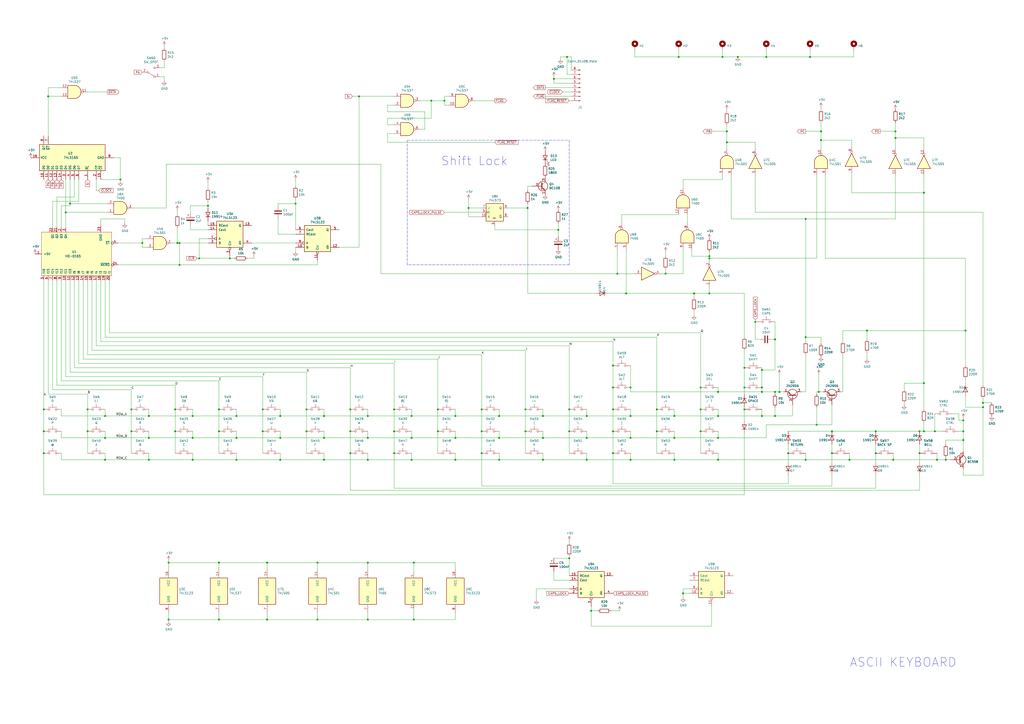
<source format=kicad_sch>
(kicad_sch (version 20211123) (generator eeschema)
  (paper "A2")
  (junction (at 321.31 45.72))
  (junction (at 264.16 266.7))
  (junction (at 271.78 120.65))
  (junction (at 184.15 326.39))
  (junction (at 69.85 104.14))
  (junction (at 363.22 170.18))
  (junction (at 358.14 158.75))
  (junction (at 213.36 254))
  (junction (at 518.16 266.7))
  (junction (at 228.6 250.19))
  (junction (at 228.6 262.89))
  (junction (at 330.2 323.85))
  (junction (at 402.59 170.18))
  (junction (at 50.8 237.49))
  (junction (at 508 262.89))
  (junction (at 548.64 266.7))
  (junction (at 86.36 266.7))
  (junction (at 177.8 250.19))
  (junction (at 438.15 186.69))
  (junction (at 162.56 254))
  (junction (at 240.03 326.39))
  (junction (at 304.8 237.49))
  (junction (at 560.07 191.77))
  (junction (at 102.87 140.97))
  (junction (at 340.36 254))
  (junction (at 213.36 326.39))
  (junction (at 257.81 58.42))
  (junction (at 482.6 262.89))
  (junction (at 279.4 262.89))
  (junction (at 187.96 241.3))
  (junction (at 431.8 224.79))
  (junction (at 162.56 241.3))
  (junction (at 449.58 227.33))
  (junction (at 482.6 250.19))
  (junction (at 441.96 227.33))
  (junction (at 558.8 255.27))
  (junction (at 76.2 237.49))
  (junction (at 184.15 359.41))
  (junction (at 111.76 241.3))
  (junction (at 570.23 233.68))
  (junction (at 535.94 111.76))
  (junction (at 474.98 227.33))
  (junction (at 104.14 153.67))
  (junction (at 391.16 254))
  (junction (at 508 250.19))
  (junction (at 25.4 237.49))
  (junction (at 228.6 237.49))
  (junction (at 115.57 149.86))
  (junction (at 137.16 241.3))
  (junction (at 411.48 170.18))
  (junction (at 452.12 227.33))
  (junction (at 365.76 241.3))
  (junction (at 467.36 266.7))
  (junction (at 355.6 237.49))
  (junction (at 419.1 33.02))
  (junction (at 467.36 195.58))
  (junction (at 304.8 250.19))
  (junction (at 558.8 250.19))
  (junction (at 416.56 254))
  (junction (at 213.36 359.41))
  (junction (at 421.64 76.2))
  (junction (at 535.94 250.19))
  (junction (at 97.79 359.41))
  (junction (at 203.2 262.89))
  (junction (at 306.07 120.65))
  (junction (at 152.4 250.19))
  (junction (at 25.4 262.89))
  (junction (at 314.96 241.3))
  (junction (at 120.65 119.38))
  (junction (at 162.56 266.7))
  (junction (at 421.64 82.55))
  (junction (at 101.6 250.19))
  (junction (at 177.8 237.49))
  (junction (at 187.96 266.7))
  (junction (at 127 237.49))
  (junction (at 250.19 58.42))
  (junction (at 330.2 237.49))
  (junction (at 449.58 241.3))
  (junction (at 203.2 237.49))
  (junction (at 133.35 149.86))
  (junction (at 411.48 148.59))
  (junction (at 27.94 55.88))
  (junction (at 355.6 250.19))
  (junction (at 492.76 266.7))
  (junction (at 154.94 359.41))
  (junction (at 427.99 33.02))
  (junction (at 467.36 127))
  (junction (at 365.76 254))
  (junction (at 238.76 241.3))
  (junction (at 330.2 250.19))
  (junction (at 289.56 266.7))
  (junction (at 111.76 254))
  (junction (at 238.76 266.7))
  (junction (at 391.16 266.7))
  (junction (at 127 250.19))
  (junction (at 50.8 250.19))
  (junction (at 60.96 266.7))
  (junction (at 391.16 241.3))
  (junction (at 279.4 250.19))
  (junction (at 519.43 76.2))
  (junction (at 393.7 33.02))
  (junction (at 238.76 254))
  (junction (at 240.03 359.41))
  (junction (at 254 250.19))
  (junction (at 411.48 149.86))
  (junction (at 533.4 262.89))
  (junction (at 340.36 241.3))
  (junction (at 254 237.49))
  (junction (at 152.4 237.49))
  (junction (at 441.96 241.3))
  (junction (at 469.9 33.02))
  (junction (at 406.4 250.19))
  (junction (at 386.08 158.75))
  (junction (at 476.25 76.2))
  (junction (at 213.36 241.3))
  (junction (at 406.4 224.79))
  (junction (at 340.36 266.7))
  (junction (at 137.16 254))
  (junction (at 558.8 243.84))
  (junction (at 97.79 326.39))
  (junction (at 406.4 237.49))
  (junction (at 457.2 262.89))
  (junction (at 365.76 224.79))
  (junction (at 154.94 326.39))
  (junction (at 213.36 266.7))
  (junction (at 543.56 266.7))
  (junction (at 127 326.39))
  (junction (at 279.4 237.49))
  (junction (at 111.76 266.7))
  (junction (at 355.6 262.89))
  (junction (at 444.5 33.02))
  (junction (at 542.29 250.19))
  (junction (at 25.4 250.19))
  (junction (at 38.1 123.19))
  (junction (at 502.92 191.77))
  (junction (at 449.58 196.85))
  (junction (at 86.36 254))
  (junction (at 431.8 237.49))
  (junction (at 137.16 266.7))
  (junction (at 519.43 80.01))
  (junction (at 441.96 224.79))
  (junction (at 381 250.19))
  (junction (at 264.16 254))
  (junction (at 101.6 237.49))
  (junction (at 476.25 81.28))
  (junction (at 416.56 227.33))
  (junction (at 187.96 254))
  (junction (at 289.56 241.3))
  (junction (at 416.56 241.3))
  (junction (at 171.45 118.11))
  (junction (at 473.71 246.38))
  (junction (at 355.6 224.79))
  (junction (at 533.4 250.19))
  (junction (at 570.23 236.22))
  (junction (at 208.28 55.88))
  (junction (at 365.76 266.7))
  (junction (at 127 359.41))
  (junction (at 40.64 118.11))
  (junction (at 535.94 222.25))
  (junction (at 342.9 354.33))
  (junction (at 86.36 241.3))
  (junction (at 323.85 133.35))
  (junction (at 60.96 254))
  (junction (at 76.2 250.19))
  (junction (at 431.8 213.36))
  (junction (at 264.16 241.3))
  (junction (at 82.55 140.97))
  (junction (at 381 237.49))
  (junction (at 328.93 33.02))
  (junction (at 289.56 254))
  (junction (at 441.96 214.63))
  (junction (at 314.96 254))
  (junction (at 60.96 241.3))
  (junction (at 314.96 266.7))
  (junction (at 416.56 266.7))
  (junction (at 355.6 212.09))
  (junction (at 104.14 140.97))
  (junction (at 203.2 250.19))
  (junction (at 396.24 344.17))
  (wire (pts (xy 508 283.21) (xy 228.6 283.21)))
  (wire (pts (xy 402.59 180.34) (xy 402.59 182.88)))
  (wire (pts (xy 411.48 148.59) (xy 411.48 149.86)))
  (wire (pts (xy 162.56 262.89) (xy 162.56 266.7)))
  (wire (pts (xy 60.96 262.89) (xy 60.96 266.7)))
  (wire (pts (xy 464.82 227.33) (xy 467.36 227.33)))
  (wire (pts (xy 495.3 33.02) (xy 495.3 29.21)))
  (wire (pts (xy 162.56 250.19) (xy 162.56 254)))
  (wire (pts (xy 406.4 224.79) (xy 406.4 237.49)))
  (wire (pts (xy 127 330.2) (xy 127 326.39)))
  (wire (pts (xy 558.8 243.84) (xy 558.8 242.57)))
  (wire (pts (xy 431.8 236.22) (xy 431.8 237.49)))
  (wire (pts (xy 570.23 233.68) (xy 570.23 231.14)))
  (wire (pts (xy 473.71 236.22) (xy 473.71 246.38)))
  (wire (pts (xy 62.23 123.19) (xy 38.1 123.19)))
  (wire (pts (xy 82.55 138.43) (xy 82.55 140.97)))
  (wire (pts (xy 45.72 210.82) (xy 228.6 210.82)))
  (wire (pts (xy 494.03 111.76) (xy 535.94 111.76)))
  (wire (pts (xy 365.76 212.09) (xy 365.76 224.79)))
  (wire (pts (xy 238.76 250.19) (xy 238.76 254)))
  (wire (pts (xy 50.8 262.89) (xy 50.8 250.19)))
  (wire (pts (xy 535.94 222.25) (xy 535.94 111.76)))
  (wire (pts (xy 449.58 196.85) (xy 449.58 214.63)))
  (wire (pts (xy 441.96 241.3) (xy 449.58 241.3)))
  (wire (pts (xy 560.07 191.77) (xy 560.07 149.86)))
  (wire (pts (xy 187.96 241.3) (xy 162.56 241.3)))
  (wire (pts (xy 55.88 110.49) (xy 57.15 110.49)))
  (wire (pts (xy 85.09 138.43) (xy 82.55 138.43)))
  (wire (pts (xy 467.36 127) (xy 519.43 127)))
  (wire (pts (xy 110.49 119.38) (xy 110.49 123.19)))
  (wire (pts (xy 441.96 241.3) (xy 441.96 237.49)))
  (wire (pts (xy 187.96 266.7) (xy 162.56 266.7)))
  (wire (pts (xy 314.96 241.3) (xy 289.56 241.3)))
  (wire (pts (xy 289.56 266.7) (xy 264.16 266.7)))
  (wire (pts (xy 330.2 323.85) (xy 330.2 334.01)))
  (wire (pts (xy 488.95 227.33) (xy 487.68 227.33)))
  (wire (pts (xy 279.4 205.74) (xy 279.4 237.49)))
  (wire (pts (xy 438.15 196.85) (xy 440.69 196.85)))
  (wire (pts (xy 228.6 72.39) (xy 224.79 72.39)))
  (wire (pts (xy 508 257.81) (xy 508 262.89)))
  (wire (pts (xy 473.71 149.86) (xy 473.71 101.6)))
  (wire (pts (xy 473.71 246.38) (xy 482.6 246.38)))
  (wire (pts (xy 171.45 135.89) (xy 161.29 135.89)))
  (wire (pts (xy 45.72 162.56) (xy 45.72 210.82)))
  (wire (pts (xy 519.43 80.01) (xy 519.43 86.36)))
  (wire (pts (xy 476.25 62.23) (xy 476.25 63.5)))
  (wire (pts (xy 556.26 243.84) (xy 558.8 243.84)))
  (wire (pts (xy 48.26 162.56) (xy 48.26 208.28)))
  (wire (pts (xy 213.36 326.39) (xy 213.36 330.2)))
  (wire (pts (xy 323.85 133.35) (xy 287.02 133.35)))
  (wire (pts (xy 257.81 58.42) (xy 257.81 60.96)))
  (wire (pts (xy 406.4 250.19) (xy 406.4 237.49)))
  (wire (pts (xy 50.8 162.56) (xy 50.8 205.74)))
  (wire (pts (xy 416.56 254) (xy 444.5 254)))
  (wire (pts (xy 203.2 284.48) (xy 203.2 262.89)))
  (wire (pts (xy 340.36 241.3) (xy 314.96 241.3)))
  (wire (pts (xy 316.23 55.88) (xy 331.47 55.88)))
  (wire (pts (xy 431.8 287.02) (xy 25.4 287.02)))
  (wire (pts (xy 279.4 125.73) (xy 271.78 125.73)))
  (wire (pts (xy 97.79 355.6) (xy 97.79 359.41)))
  (wire (pts (xy 111.76 250.19) (xy 111.76 254)))
  (wire (pts (xy 416.56 224.79) (xy 416.56 227.33)))
  (wire (pts (xy 287.02 133.35) (xy 287.02 130.81)))
  (wire (pts (xy 482.6 281.94) (xy 279.4 281.94)))
  (wire (pts (xy 365.76 254) (xy 340.36 254)))
  (wire (pts (xy 69.85 104.14) (xy 69.85 91.44)))
  (wire (pts (xy 358.14 158.75) (xy 358.14 144.78)))
  (wire (pts (xy 60.96 241.3) (xy 35.56 241.3)))
  (wire (pts (xy 171.45 143.51) (xy 171.45 146.05)))
  (wire (pts (xy 68.58 153.67) (xy 104.14 153.67)))
  (wire (pts (xy 228.6 250.19) (xy 228.6 237.49)))
  (wire (pts (xy 474.98 217.17) (xy 474.98 227.33)))
  (wire (pts (xy 135.89 149.86) (xy 133.35 149.86)))
  (wire (pts (xy 53.34 203.2) (xy 304.8 203.2)))
  (wire (pts (xy 558.8 261.62) (xy 558.8 255.27)))
  (wire (pts (xy 271.78 120.65) (xy 271.78 115.57)))
  (wire (pts (xy 306.07 120.65) (xy 306.07 170.18)))
  (wire (pts (xy 58.42 130.81) (xy 58.42 127)))
  (wire (pts (xy 208.28 143.51) (xy 208.28 55.88)))
  (wire (pts (xy 213.36 266.7) (xy 238.76 266.7)))
  (wire (pts (xy 154.94 326.39) (xy 184.15 326.39)))
  (wire (pts (xy 438.15 82.55) (xy 421.64 82.55)))
  (wire (pts (xy 558.8 271.78) (xy 558.8 275.59)))
  (wire (pts (xy 60.96 237.49) (xy 60.96 241.3)))
  (wire (pts (xy 365.76 266.7) (xy 340.36 266.7)))
  (wire (pts (xy 546.1 250.19) (xy 542.29 250.19)))
  (wire (pts (xy 441.96 227.33) (xy 449.58 227.33)))
  (wire (pts (xy 441.96 214.63) (xy 441.96 224.79)))
  (wire (pts (xy 213.36 250.19) (xy 213.36 254)))
  (wire (pts (xy 474.98 227.33) (xy 473.71 227.33)))
  (wire (pts (xy 548.64 266.7) (xy 551.18 266.7)))
  (wire (pts (xy 340.36 254) (xy 314.96 254)))
  (wire (pts (xy 381 250.19) (xy 381 237.49)))
  (wire (pts (xy 321.31 45.72) (xy 321.31 44.45)))
  (wire (pts (xy 154.94 359.41) (xy 184.15 359.41)))
  (wire (pts (xy 381 262.89) (xy 381 250.19)))
  (wire (pts (xy 27.94 50.8) (xy 35.56 50.8)))
  (wire (pts (xy 358.14 158.75) (xy 368.3 158.75)))
  (wire (pts (xy 560.07 229.87) (xy 560.07 236.22)))
  (wire (pts (xy 353.06 170.18) (xy 363.22 170.18)))
  (wire (pts (xy 355.6 224.79) (xy 355.6 237.49)))
  (wire (pts (xy 467.36 195.58) (xy 476.25 195.58)))
  (wire (pts (xy 439.42 186.69) (xy 438.15 186.69)))
  (wire (pts (xy 254 262.89) (xy 254 250.19)))
  (wire (pts (xy 533.4 284.48) (xy 533.4 275.59)))
  (wire (pts (xy 55.88 200.66) (xy 330.2 200.66)))
  (wire (pts (xy 95.25 39.37) (xy 95.25 35.56)))
  (wire (pts (xy 406.4 193.04) (xy 406.4 224.79)))
  (wire (pts (xy 38.1 104.14) (xy 38.1 123.19)))
  (wire (pts (xy 45.72 104.14) (xy 45.72 116.84)))
  (wire (pts (xy 40.64 104.14) (xy 40.64 118.11)))
  (wire (pts (xy 326.39 53.34) (xy 331.47 53.34)))
  (wire (pts (xy 213.36 359.41) (xy 213.36 355.6)))
  (wire (pts (xy 419.1 29.21) (xy 419.1 33.02)))
  (wire (pts (xy 187.96 262.89) (xy 187.96 266.7)))
  (wire (pts (xy 416.56 241.3) (xy 441.96 241.3)))
  (wire (pts (xy 365.76 241.3) (xy 340.36 241.3)))
  (wire (pts (xy 279.4 281.94) (xy 279.4 262.89)))
  (wire (pts (xy 35.56 250.19) (xy 35.56 254)))
  (wire (pts (xy 55.88 162.56) (xy 55.88 200.66)))
  (wire (pts (xy 535.94 250.19) (xy 533.4 250.19)))
  (wire (pts (xy 519.43 71.12) (xy 519.43 76.2)))
  (wire (pts (xy 224.79 82.55) (xy 287.02 82.55)))
  (wire (pts (xy 365.76 227.33) (xy 416.56 227.33)))
  (wire (pts (xy 120.65 138.43) (xy 115.57 138.43)))
  (wire (pts (xy 411.48 170.18) (xy 402.59 170.18)))
  (wire (pts (xy 213.36 266.7) (xy 187.96 266.7)))
  (wire (pts (xy 355.6 262.89) (xy 355.6 250.19)))
  (wire (pts (xy 330.2 322.58) (xy 330.2 323.85)))
  (wire (pts (xy 494.03 85.09) (xy 494.03 81.28)))
  (wire (pts (xy 264.16 250.19) (xy 264.16 254)))
  (wire (pts (xy 162.56 237.49) (xy 162.56 241.3)))
  (wire (pts (xy 184.15 326.39) (xy 213.36 326.39)))
  (wire (pts (xy 92.71 39.37) (xy 95.25 39.37)))
  (polyline (pts (xy 330.2 81.28) (xy 330.2 153.67)))
  (wire (pts (xy 548.64 265.43) (xy 548.64 266.7)))
  (wire (pts (xy 220.98 95.25) (xy 220.98 158.75)))
  (wire (pts (xy 396.24 109.22) (xy 396.24 104.14)))
  (wire (pts (xy 154.94 355.6) (xy 154.94 359.41)))
  (wire (pts (xy 449.58 227.33) (xy 452.12 227.33)))
  (wire (pts (xy 213.36 359.41) (xy 240.03 359.41)))
  (wire (pts (xy 203.2 284.48) (xy 533.4 284.48)))
  (wire (pts (xy 560.07 236.22) (xy 570.23 236.22)))
  (wire (pts (xy 177.8 215.9) (xy 177.8 237.49)))
  (wire (pts (xy 469.9 29.21) (xy 469.9 33.02)))
  (wire (pts (xy 294.64 120.65) (xy 306.07 120.65)))
  (wire (pts (xy 33.02 223.52) (xy 101.6 223.52)))
  (wire (pts (xy 102.87 140.97) (xy 102.87 132.08)))
  (wire (pts (xy 494.03 81.28) (xy 476.25 81.28)))
  (wire (pts (xy 43.18 114.3) (xy 33.02 114.3)))
  (wire (pts (xy 86.36 262.89) (xy 86.36 266.7)))
  (wire (pts (xy 196.85 143.51) (xy 208.28 143.51)))
  (wire (pts (xy 95.25 26.67) (xy 95.25 27.94)))
  (wire (pts (xy 331.47 45.72) (xy 321.31 45.72)))
  (wire (pts (xy 402.59 172.72) (xy 402.59 170.18)))
  (wire (pts (xy 147.32 149.86) (xy 147.32 148.59)))
  (wire (pts (xy 127 326.39) (xy 154.94 326.39)))
  (wire (pts (xy 25.4 287.02) (xy 25.4 262.89)))
  (wire (pts (xy 208.28 55.88) (xy 228.6 55.88)))
  (wire (pts (xy 393.7 33.02) (xy 419.1 33.02)))
  (wire (pts (xy 38.1 162.56) (xy 38.1 218.44)))
  (polyline (pts (xy 236.22 81.28) (xy 330.2 81.28)))
  (wire (pts (xy 279.4 120.65) (xy 271.78 120.65)))
  (wire (pts (xy 260.35 55.88) (xy 257.81 55.88)))
  (wire (pts (xy 137.16 254) (xy 111.76 254)))
  (wire (pts (xy 213.36 237.49) (xy 213.36 241.3)))
  (wire (pts (xy 421.64 86.36) (xy 421.64 82.55)))
  (wire (pts (xy 254 208.28) (xy 254 237.49)))
  (wire (pts (xy 419.1 33.02) (xy 427.99 33.02)))
  (wire (pts (xy 86.36 241.3) (xy 60.96 241.3)))
  (wire (pts (xy 314.96 237.49) (xy 314.96 241.3)))
  (wire (pts (xy 127 250.19) (xy 127 237.49)))
  (wire (pts (xy 535.94 111.76) (xy 535.94 101.6)))
  (wire (pts (xy 35.56 237.49) (xy 35.56 241.3)))
  (wire (pts (xy 60.96 195.58) (xy 381 195.58)))
  (wire (pts (xy 246.38 64.77) (xy 246.38 74.93)))
  (wire (pts (xy 396.24 158.75) (xy 396.24 144.78)))
  (wire (pts (xy 254 250.19) (xy 254 237.49)))
  (wire (pts (xy 488.95 191.77) (xy 488.95 198.12)))
  (wire (pts (xy 412.75 363.22) (xy 342.9 363.22)))
  (wire (pts (xy 271.78 125.73) (xy 271.78 120.65)))
  (wire (pts (xy 340.36 266.7) (xy 314.96 266.7)))
  (wire (pts (xy 45.72 116.84) (xy 30.48 116.84)))
  (wire (pts (xy 250.19 68.58) (xy 250.19 58.42)))
  (wire (pts (xy 365.76 237.49) (xy 365.76 241.3)))
  (wire (pts (xy 416.56 227.33) (xy 441.96 227.33)))
  (wire (pts (xy 431.8 224.79) (xy 431.8 213.36)))
  (wire (pts (xy 97.79 326.39) (xy 97.79 325.12)))
  (wire (pts (xy 314.96 262.89) (xy 314.96 266.7)))
  (wire (pts (xy 184.15 355.6) (xy 184.15 359.41)))
  (wire (pts (xy 86.36 250.19) (xy 86.36 254)))
  (wire (pts (xy 314.96 266.7) (xy 289.56 266.7)))
  (wire (pts (xy 321.31 331.47) (xy 321.31 336.55)))
  (wire (pts (xy 438.15 123.19) (xy 570.23 123.19)))
  (wire (pts (xy 50.8 250.19) (xy 50.8 237.49)))
  (wire (pts (xy 308.61 107.95) (xy 306.07 107.95)))
  (wire (pts (xy 321.31 48.26) (xy 321.31 45.72)))
  (wire (pts (xy 355.6 280.67) (xy 355.6 262.89)))
  (wire (pts (xy 27.94 228.6) (xy 50.8 228.6)))
  (wire (pts (xy 38.1 123.19) (xy 38.1 132.08)))
  (wire (pts (xy 289.56 237.49) (xy 289.56 241.3)))
  (wire (pts (xy 314.96 254) (xy 289.56 254)))
  (wire (pts (xy 137.16 262.89) (xy 137.16 266.7)))
  (wire (pts (xy 533.4 262.89) (xy 533.4 267.97)))
  (wire (pts (xy 368.3 33.02) (xy 393.7 33.02)))
  (wire (pts (xy 396.24 341.63) (xy 396.24 344.17)))
  (wire (pts (xy 82.55 140.97) (xy 82.55 143.51)))
  (wire (pts (xy 467.36 262.89) (xy 467.36 266.7)))
  (wire (pts (xy 360.68 124.46) (xy 360.68 129.54)))
  (wire (pts (xy 342.9 363.22) (xy 342.9 354.33)))
  (wire (pts (xy 187.96 250.19) (xy 187.96 254)))
  (wire (pts (xy 137.16 250.19) (xy 137.16 254)))
  (wire (pts (xy 449.58 186.69) (xy 449.58 196.85)))
  (wire (pts (xy 467.36 266.7) (xy 492.76 266.7)))
  (wire (pts (xy 224.79 64.77) (xy 246.38 64.77)))
  (wire (pts (xy 133.35 149.86) (xy 133.35 148.59)))
  (wire (pts (xy 40.64 119.38) (xy 35.56 119.38)))
  (wire (pts (xy 431.8 237.49) (xy 431.8 243.84)))
  (wire (pts (xy 391.16 254) (xy 365.76 254)))
  (wire (pts (xy 391.16 241.3) (xy 365.76 241.3)))
  (wire (pts (xy 416.56 254) (xy 391.16 254)))
  (wire (pts (xy 27.94 162.56) (xy 27.94 228.6)))
  (wire (pts (xy 355.6 198.12) (xy 355.6 212.09)))
  (wire (pts (xy 127 355.6) (xy 127 359.41)))
  (wire (pts (xy 570.23 236.22) (xy 570.23 233.68)))
  (wire (pts (xy 363.22 170.18) (xy 363.22 144.78)))
  (wire (pts (xy 427.99 33.02) (xy 444.5 33.02)))
  (wire (pts (xy 120.65 109.22) (xy 120.65 105.41)))
  (wire (pts (xy 448.31 196.85) (xy 449.58 196.85)))
  (wire (pts (xy 478.79 149.86) (xy 478.79 101.6)))
  (wire (pts (xy 306.07 170.18) (xy 345.44 170.18)))
  (wire (pts (xy 340.36 250.19) (xy 340.36 254)))
  (wire (pts (xy 381 195.58) (xy 381 237.49)))
  (wire (pts (xy 240.03 359.41) (xy 240.03 353.06)))
  (wire (pts (xy 406.4 262.89) (xy 406.4 250.19)))
  (wire (pts (xy 120.65 133.35) (xy 110.49 133.35)))
  (wire (pts (xy 60.96 254) (xy 35.56 254)))
  (wire (pts (xy 431.8 170.18) (xy 411.48 170.18)))
  (wire (pts (xy 457.2 280.67) (xy 355.6 280.67)))
  (wire (pts (xy 110.49 133.35) (xy 110.49 130.81)))
  (wire (pts (xy 438.15 101.6) (xy 438.15 123.19)))
  (wire (pts (xy 449.58 228.6) (xy 449.58 227.33)))
  (wire (pts (xy 127 220.98) (xy 127 237.49)))
  (wire (pts (xy 33.02 162.56) (xy 33.02 223.52)))
  (wire (pts (xy 518.16 266.7) (xy 543.56 266.7)))
  (wire (pts (xy 264.16 359.41) (xy 240.03 359.41)))
  (wire (pts (xy 264.16 266.7) (xy 238.76 266.7)))
  (wire (pts (xy 331.47 40.64) (xy 331.47 33.02)))
  (wire (pts (xy 97.79 330.2) (xy 97.79 326.39)))
  (wire (pts (xy 69.85 104.14) (xy 69.85 105.41)))
  (wire (pts (xy 162.56 266.7) (xy 137.16 266.7)))
  (wire (pts (xy 542.29 250.19) (xy 535.94 250.19)))
  (wire (pts (xy 86.36 237.49) (xy 86.36 241.3)))
  (wire (pts (xy 243.84 58.42) (xy 250.19 58.42)))
  (wire (pts (xy 416.56 241.3) (xy 391.16 241.3)))
  (polyline (pts (xy 330.2 153.67) (xy 236.22 153.67)))
  (wire (pts (xy 416.56 250.19) (xy 416.56 254)))
  (wire (pts (xy 120.65 119.38) (xy 120.65 116.84)))
  (wire (pts (xy 35.56 55.88) (xy 27.94 55.88)))
  (wire (pts (xy 476.25 76.2) (xy 476.25 81.28)))
  (wire (pts (xy 111.76 237.49) (xy 111.76 241.3)))
  (wire (pts (xy 33.02 114.3) (xy 33.02 132.08)))
  (wire (pts (xy 50.8 205.74) (xy 279.4 205.74)))
  (wire (pts (xy 60.96 250.19) (xy 60.96 254)))
  (wire (pts (xy 519.43 76.2) (xy 510.54 76.2)))
  (wire (pts (xy 264.16 237.49) (xy 264.16 241.3)))
  (wire (pts (xy 184.15 330.2) (xy 184.15 326.39)))
  (wire (pts (xy 264.16 254) (xy 238.76 254)))
  (wire (pts (xy 575.31 233.68) (xy 570.23 233.68)))
  (wire (pts (xy 264.16 326.39) (xy 264.16 330.2)))
  (wire (pts (xy 97.79 359.41) (xy 127 359.41)))
  (wire (pts (xy 419.1 104.14) (xy 419.1 101.6)))
  (wire (pts (xy 203.2 262.89) (xy 203.2 250.19)))
  (wire (pts (xy 365.76 262.89) (xy 365.76 266.7)))
  (wire (pts (xy 535.94 245.11) (xy 535.94 250.19)))
  (wire (pts (xy 114.3 149.86) (xy 115.57 149.86)))
  (wire (pts (xy 323.85 133.35) (xy 323.85 137.16)))
  (wire (pts (xy 386.08 158.75) (xy 396.24 158.75)))
  (wire (pts (xy 441.96 227.33) (xy 441.96 224.79)))
  (wire (pts (xy 502.92 191.77) (xy 488.95 191.77)))
  (wire (pts (xy 449.58 236.22) (xy 449.58 241.3)))
  (wire (pts (xy 152.4 262.89) (xy 152.4 250.19)))
  (wire (pts (xy 58.42 162.56) (xy 58.42 198.12)))
  (wire (pts (xy 457.2 262.89) (xy 457.2 267.97)))
  (wire (pts (xy 289.56 254) (xy 264.16 254)))
  (wire (pts (xy 95.25 44.45) (xy 95.25 46.99)))
  (wire (pts (xy 35.56 220.98) (xy 127 220.98)))
  (wire (pts (xy 184.15 359.41) (xy 213.36 359.41)))
  (wire (pts (xy 391.16 266.7) (xy 365.76 266.7)))
  (wire (pts (xy 452.12 227.33) (xy 454.66 227.33)))
  (wire (pts (xy 187.96 237.49) (xy 187.96 241.3)))
  (wire (pts (xy 289.56 262.89) (xy 289.56 266.7)))
  (wire (pts (xy 467.36 127) (xy 424.18 127)))
  (wire (pts (xy 86.36 254) (xy 60.96 254)))
  (wire (pts (xy 543.56 266.7) (xy 548.64 266.7)))
  (wire (pts (xy 393.7 124.46) (xy 360.68 124.46)))
  (wire (pts (xy 246.38 74.93) (xy 243.84 74.93)))
  (wire (pts (xy 325.12 33.02) (xy 325.12 34.29)))
  (wire (pts (xy 43.18 104.14) (xy 43.18 114.3)))
  (wire (pts (xy 203.2 213.36) (xy 203.2 237.49)))
  (wire (pts (xy 228.6 77.47) (xy 224.79 77.47)))
  (wire (pts (xy 35.56 162.56) (xy 35.56 220.98)))
  (wire (pts (xy 137.16 241.3) (xy 111.76 241.3)))
  (wire (pts (xy 50.8 228.6) (xy 50.8 237.49)))
  (wire (pts (xy 411.48 146.05) (xy 411.48 148.59)))
  (wire (pts (xy 328.93 43.18) (xy 328.93 33.02)))
  (wire (pts (xy 60.96 162.56) (xy 60.96 195.58)))
  (wire (pts (xy 152.4 250.19) (xy 152.4 237.49)))
  (wire (pts (xy 416.56 266.7) (xy 467.36 266.7)))
  (wire (pts (xy 162.56 241.3) (xy 137.16 241.3)))
  (wire (pts (xy 111.76 262.89) (xy 111.76 266.7)))
  (wire (pts (xy 104.14 140.97) (xy 120.65 140.97)))
  (wire (pts (xy 560.07 219.71) (xy 560.07 222.25)))
  (wire (pts (xy 53.34 162.56) (xy 53.34 203.2)))
  (wire (pts (xy 35.56 262.89) (xy 35.56 266.7)))
  (wire (pts (xy 224.79 72.39) (xy 224.79 68.58)))
  (wire (pts (xy 228.6 262.89) (xy 228.6 250.19)))
  (wire (pts (xy 386.08 156.21) (xy 386.08 158.75)))
  (wire (pts (xy 441.96 213.36) (xy 441.96 214.63)))
  (wire (pts (xy 424.18 127) (xy 424.18 101.6)))
  (wire (pts (xy 416.56 262.89) (xy 416.56 266.7)))
  (wire (pts (xy 558.8 250.19) (xy 556.26 250.19)))
  (wire (pts (xy 476.25 81.28) (xy 476.25 86.36)))
  (wire (pts (xy 171.45 115.57) (xy 171.45 118.11)))
  (wire (pts (xy 438.15 82.55) (xy 438.15 86.36)))
  (wire (pts (xy 177.8 262.89) (xy 177.8 250.19)))
  (wire (pts (xy 63.5 193.04) (xy 406.4 193.04)))
  (wire (pts (xy 101.6 262.89) (xy 101.6 250.19)))
  (wire (pts (xy 473.71 246.38) (xy 444.5 246.38)))
  (wire (pts (xy 58.42 104.14) (xy 69.85 104.14)))
  (wire (pts (xy 224.79 60.96) (xy 224.79 64.77)))
  (wire (pts (xy 476.25 76.2) (xy 467.36 76.2)))
  (wire (pts (xy 444.5 246.38) (xy 444.5 254)))
  (wire (pts (xy 330.2 250.19) (xy 330.2 237.49)))
  (wire (pts (xy 558.8 275.59) (xy 570.23 275.59)))
  (wire (pts (xy 412.75 351.79) (xy 412.75 363.22)))
  (wire (pts (xy 330.2 200.66) (xy 330.2 237.49)))
  (wire (pts (xy 115.57 138.43) (xy 115.57 149.86)))
  (wire (pts (xy 477.52 227.33) (xy 474.98 227.33)))
  (wire (pts (xy 264.16 262.89) (xy 264.16 266.7)))
  (wire (pts (xy 97.79 326.39) (xy 127 326.39)))
  (wire (pts (xy 449.58 214.63) (xy 441.96 214.63)))
  (wire (pts (xy 535.94 80.01) (xy 519.43 80.01)))
  (wire (pts (xy 457.2 275.59) (xy 457.2 280.67)))
  (wire (pts (xy 535.94 237.49) (xy 535.94 222.25)))
  (wire (pts (xy 368.3 29.21) (xy 368.3 33.02)))
  (wire (pts (xy 502.92 196.85) (xy 502.92 191.77)))
  (wire (pts (xy 469.9 33.02) (xy 495.3 33.02)))
  (wire (pts (xy 340.36 237.49) (xy 340.36 241.3)))
  (wire (pts (xy 86.36 266.7) (xy 60.96 266.7)))
  (wire (pts (xy 467.36 195.58) (xy 467.36 127)))
  (wire (pts (xy 213.36 241.3) (xy 238.76 241.3)))
  (wire (pts (xy 524.51 233.68) (xy 524.51 234.95)))
  (wire (pts (xy 488.95 205.74) (xy 488.95 227.33)))
  (wire (pts (xy 421.64 82.55) (xy 421.64 76.2)))
  (wire (pts (xy 213.36 254) (xy 238.76 254)))
  (wire (pts (xy 25.4 250.19) (xy 25.4 237.49)))
  (wire (pts (xy 391.16 237.49) (xy 391.16 241.3)))
  (wire (pts (xy 543.56 266.7) (xy 543.56 262.89)))
  (wire (pts (xy 257.81 55.88) (xy 257.81 58.42)))
  (wire (pts (xy 177.8 250.19) (xy 177.8 237.49)))
  (wire (pts (xy 171.45 107.95) (xy 171.45 104.14)))
  (wire (pts (xy 342.9 354.33) (xy 346.71 354.33)))
  (wire (pts (xy 431.8 251.46) (xy 431.8 287.02)))
  (wire (pts (xy 482.6 246.38) (xy 482.6 234.95)))
  (wire (pts (xy 101.6 223.52) (xy 101.6 237.49)))
  (wire (pts (xy 519.43 76.2) (xy 519.43 80.01)))
  (wire (pts (xy 96.52 120.65) (xy 96.52 95.25)))
  (wire (pts (xy 58.42 198.12) (xy 355.6 198.12)))
  (wire (pts (xy 111.76 254) (xy 86.36 254)))
  (wire (pts (xy 306.07 118.11) (xy 306.07 120.65)))
  (wire (pts (xy 321.31 336.55) (xy 330.2 336.55)))
  (wire (pts (xy 162.56 254) (xy 137.16 254)))
  (wire (pts (xy 411.48 166.37) (xy 411.48 170.18)))
  (wire (pts (xy 152.4 218.44) (xy 152.4 237.49)))
  (wire (pts (xy 444.5 33.02) (xy 469.9 33.02)))
  (polyline (pts (xy 236.22 153.67) (xy 236.22 81.28)))
  (wire (pts (xy 69.85 91.44) (xy 66.04 91.44)))
  (wire (pts (xy 100.33 140.97) (xy 102.87 140.97)))
  (wire (pts (xy 570.23 123.19) (xy 570.23 223.52)))
  (wire (pts (xy 30.48 226.06) (xy 76.2 226.06)))
  (wire (pts (xy 398.78 124.46) (xy 398.78 129.54)))
  (wire (pts (xy 542.29 240.03) (xy 542.29 250.19)))
  (wire (pts (xy 386.08 148.59) (xy 386.08 146.05)))
  (wire (pts (xy 482.6 257.81) (xy 482.6 262.89)))
  (wire (pts (xy 401.32 148.59) (xy 411.48 148.59)))
  (wire (pts (xy 127 262.89) (xy 127 250.19)))
  (wire (pts (xy 330.2 58.42) (xy 331.47 58.42)))
  (wire (pts (xy 120.65 120.65) (xy 120.65 119.38)))
  (wire (pts (xy 224.79 77.47) (xy 224.79 82.55)))
  (wire (pts (xy 58.42 127) (xy 72.39 127)))
  (wire (pts (xy 101.6 250.19) (xy 101.6 237.49)))
  (wire (pts (xy 560.07 191.77) (xy 502.92 191.77)))
  (wire (pts (xy 289.56 250.19) (xy 289.56 254)))
  (wire (pts (xy 111.76 241.3) (xy 86.36 241.3)))
  (wire (pts (xy 224.79 68.58) (xy 250.19 68.58)))
  (wire (pts (xy 365.76 250.19) (xy 365.76 254)))
  (wire (pts (xy 306.07 107.95) (xy 306.07 110.49)))
  (wire (pts (xy 524.51 222.25) (xy 524.51 226.06)))
  (wire (pts (xy 535.94 86.36) (xy 535.94 80.01)))
  (wire (pts (xy 115.57 149.86) (xy 133.35 149.86)))
  (wire (pts (xy 27.94 55.88) (xy 27.94 50.8)))
  (wire (pts (xy 421.64 76.2) (xy 421.64 72.39)))
  (wire (pts (xy 304.8 262.89) (xy 304.8 250.19)))
  (wire (pts (xy 340.36 262.89) (xy 340.36 266.7)))
  (wire (pts (xy 431.8 195.58) (xy 431.8 170.18)))
  (wire (pts (xy 330.2 313.69) (xy 330.2 314.96)))
  (wire (pts (xy 383.54 158.75) (xy 386.08 158.75)))
  (wire (pts (xy 72.39 127) (xy 72.39 129.54)))
  (wire (pts (xy 560.07 212.09) (xy 560.07 191.77)))
  (wire (pts (xy 323.85 129.54) (xy 323.85 133.35)))
  (wire (pts (xy 548.64 257.81) (xy 548.64 255.27)))
  (wire (pts (xy 304.8 203.2) (xy 304.8 237.49)))
  (wire (pts (xy 393.7 29.21) (xy 393.7 33.02)))
  (wire (pts (xy 30.48 162.56) (xy 30.48 226.06)))
  (wire (pts (xy 331.47 48.26) (xy 321.31 48.26)))
  (wire (pts (xy 508 250.19) (xy 533.4 250.19)))
  (wire (pts (xy 240.03 326.39) (xy 264.16 326.39)))
  (wire (pts (xy 48.26 208.28) (xy 254 208.28)))
  (wire (pts (xy 161.29 135.89) (xy 161.29 127)))
  (wire (pts (xy 213.36 254) (xy 187.96 254)))
  (wire (pts (xy 43.18 213.36) (xy 203.2 213.36)))
  (wire (pts (xy 482.6 250.19) (xy 508 250.19)))
  (wire (pts (xy 535.94 222.25) (xy 524.51 222.25)))
  (wire (pts (xy 502.92 204.47) (xy 502.92 208.28)))
  (wire (pts (xy 40.64 118.11) (xy 40.64 119.38)))
  (wire (pts (xy 482.6 275.59) (xy 482.6 281.94)))
  (wire (pts (xy 35.56 119.38) (xy 35.56 132.08)))
  (wire (pts (xy 330.2 262.89) (xy 330.2 250.19)))
  (wire (pts (xy 76.2 262.89) (xy 76.2 250.19)))
  (wire (pts (xy 279.4 262.89) (xy 279.4 250.19)))
  (wire (pts (xy 228.6 210.82) (xy 228.6 237.49)))
  (wire (pts (xy 355.6 250.19) (xy 355.6 237.49)))
  (wire (pts (xy 342.9 351.79) (xy 342.9 354.33)))
  (wire (pts (xy 459.74 241.3) (xy 459.74 234.95)))
  (wire (pts (xy 314.96 250.19) (xy 314.96 254)))
  (wire (pts (xy 96.52 95.25) (xy 220.98 95.25)))
  (wire (pts (xy 228.6 283.21) (xy 228.6 262.89)))
  (wire (pts (xy 137.16 237.49) (xy 137.16 241.3)))
  (wire (pts (xy 304.8 250.19) (xy 304.8 237.49)))
  (wire (pts (xy 187.96 254) (xy 162.56 254)))
  (wire (pts (xy 154.94 330.2) (xy 154.94 326.39)))
  (wire (pts (xy 102.87 140.97) (xy 104.14 140.97)))
  (wire (pts (xy 396.24 344.17) (xy 400.05 344.17)))
  (wire (pts (xy 203.2 250.19) (xy 203.2 237.49)))
  (wire (pts (xy 143.51 149.86) (xy 147.32 149.86)))
  (wire (pts (xy 331.47 43.18) (xy 328.93 43.18)))
  (wire (pts (xy 289.56 241.3) (xy 264.16 241.3)))
  (wire (pts (xy 416.56 237.49) (xy 416.56 241.3)))
  (wire (pts (xy 457.2 257.81) (xy 457.2 262.89)))
  (wire (pts (xy 552.45 240.03) (xy 556.26 240.03)))
  (wire (pts (xy 457.2 250.19) (xy 482.6 250.19)))
  (wire (pts (xy 111.76 266.7) (xy 86.36 266.7)))
  (wire (pts (xy 50.8 53.34) (xy 62.23 53.34)))
  (wire (pts (xy 473.71 227.33) (xy 473.71 228.6)))
  (wire (pts (xy 97.79 359.41) (xy 97.79 360.68)))
  (wire (pts (xy 411.48 149.86) (xy 411.48 151.13)))
  (wire (pts (xy 43.18 162.56) (xy 43.18 213.36)))
  (wire (pts (xy 449.58 241.3) (xy 459.74 241.3)))
  (wire (pts (xy 467.36 198.12) (xy 467.36 195.58)))
  (wire (pts (xy 92.71 44.45) (xy 95.25 44.45)))
  (wire (pts (xy 355.6 224.79) (xy 355.6 212.09)))
  (wire (pts (xy 494.03 100.33) (xy 494.03 111.76)))
  (wire (pts (xy 27.94 78.74) (xy 27.94 55.88)))
  (wire (pts (xy 467.36 227.33) (xy 467.36 205.74)))
  (wire (pts (xy 452.12 217.17) (xy 452.12 227.33)))
  (wire (pts (xy 431.8 224.79) (xy 431.8 228.6)))
  (wire (pts (xy 137.16 266.7) (xy 111.76 266.7)))
  (wire (pts (xy 396.24 104.14) (xy 419.1 104.14)))
  (wire (pts (xy 250.19 58.42) (xy 257.81 58.42)))
  (wire (pts (xy 556.26 240.03) (xy 556.26 243.84)))
  (wire (pts (xy 171.45 118.11) (xy 171.45 133.35)))
  (wire (pts (xy 558.8 250.19) (xy 558.8 243.84)))
  (wire (pts (xy 76.2 250.19) (xy 76.2 237.49)))
  (wire (pts (xy 120.65 119.38) (xy 110.49 119.38)))
  (wire (pts (xy 476.25 71.12) (xy 476.25 76.2)))
  (wire (pts (xy 25.4 162.56) (xy 25.4 237.49)))
  (wire (pts (xy 570.23 275.59) (xy 570.23 236.22)))
  (wire (pts (xy 279.4 250.19) (xy 279.4 237.49)))
  (wire (pts (xy 421.64 76.2) (xy 412.75 76.2)))
  (wire (pts (xy 508 275.59) (xy 508 283.21)))
  (wire (pts (xy 55.88 104.14) (xy 55.88 110.49)))
  (wire (pts (xy 120.65 130.81) (xy 120.65 128.27)))
  (wire (pts (xy 438.15 186.69) (xy 438.15 196.85)))
  (wire (pts (xy 492.76 266.7) (xy 518.16 266.7)))
  (wire (pts (xy 331.47 33.02) (xy 328.93 33.02)))
  (wire (pts (xy 161.29 118.11) (xy 171.45 118.11)))
  (wire (pts (xy 391.16 250.19) (xy 391.16 254)))
  (wire (pts (xy 104.14 140.97) (xy 104.14 153.67)))
  (wire (pts (xy 40.64 162.56) (xy 40.64 215.9)))
  (wire (pts (xy 431.8 213.36) (xy 431.8 203.2)))
  (wire (pts (xy 257.81 60.96) (xy 260.35 60.96)))
  (wire (pts (xy 40.64 118.11) (xy 62.23 118.11)))
  (wire (pts (xy 402.59 170.18) (xy 363.22 170.18)))
  (wire (pts (xy 492.76 262.89) (xy 492.76 266.7)))
  (wire (pts (xy 213.36 241.3) (xy 187.96 241.3)))
  (wire (pts (xy 416.56 266.7) (xy 391.16 266.7)))
  (wire (pts (xy 519.43 127) (xy 519.43 101.6)))
  (wire (pts (xy 321.31 323.85) (xy 330.2 323.85)))
  (wire (pts (xy 77.47 120.65) (xy 96.52 120.65)))
  (wire (pts (xy 220.98 158.75) (xy 358.14 158.75)))
  (wire (pts (xy 311.15 341.63) (xy 311.15 347.98)))
  (wire (pts (xy 264.16 241.3) (xy 238.76 241.3)))
  (wire (pts (xy 401.32 144.78) (xy 401.32 148.59)))
  (wire (pts (xy 63.5 162.56) (xy 63.5 193.04)))
  (wire (pts (xy 400.05 341.63) (xy 396.24 341.63)))
  (wire (pts (xy 438.15 186.69) (xy 438.15 185.42)))
  (wire (pts (xy 316.23 50.8) (xy 331.47 50.8)))
  (wire (pts (xy 508 262.89) (xy 508 267.97)))
  (wire (pts (xy 560.07 149.86) (xy 478.79 149.86)))
  (wire (pts (xy 330.2 341.63) (xy 311.15 341.63)))
  (wire (pts (xy 204.47 55.88) (xy 208.28 55.88)))
  (wire (pts (xy 60.96 266.7) (xy 35.56 266.7)))
  (wire (pts (xy 240.03 326.39) (xy 240.03 332.74)))
  (wire (pts (xy 104.14 153.67) (xy 184.15 153.67)))
  (wire (pts (xy 40.64 215.9) (xy 177.8 215.9)))
  (wire (pts (xy 518.16 262.89) (xy 518.16 266.7)))
  (wire (pts (xy 238.76 262.89) (xy 238.76 266.7)))
  (wire (pts (xy 25.4 262.89) (xy 25.4 250.19)))
  (wire (pts (xy 257.81 123.19) (xy 279.4 123.19)))
  (wire (pts (xy 354.33 354.33) (xy 359.41 354.33)))
  (wire (pts (xy 411.48 149.86) (xy 473.71 149.86)))
  (wire (pts (xy 238.76 237.49) (xy 238.76 241.3)))
  (wire (pts (xy 161.29 119.38) (xy 161.29 118.11)))
  (wire (pts (xy 391.16 262.89) (xy 391.16 266.7)))
  (wire (pts (xy 533.4 257.81) (xy 533.4 262.89)))
  (wire (pts (xy 146.05 140.97) (xy 171.45 140.97)))
  (wire (pts (xy 213.36 326.39) (xy 240.03 326.39)))
  (wire (pts (xy 213.36 262.89) (xy 213.36 266.7)))
  (wire (pts (xy 68.58 140.97) (xy 82.55 140.97)))
  (wire (pts (xy 548.64 255.27) (xy 558.8 255.27)))
  (wire (pts (xy 396.24 344.17) (xy 396.24 346.71)))
  (wire (pts (xy 264.16 355.6) (xy 264.16 359.41)))
  (wire (pts (xy 328.93 33.02) (xy 325.12 33.02)))
  (wire (pts (xy 102.87 121.92) (xy 102.87 124.46)))
  (wire (pts (xy 365.76 224.79) (xy 365.76 227.33)))
  (wire (pts (xy 127 359.41) (xy 154.94 359.41)))
  (wire (pts (xy 476.25 195.58) (xy 476.25 199.39)))
  (wire (pts (xy 76.2 226.06) (xy 76.2 237.49)))
  (wire (pts (xy 30.48 116.84) (xy 30.48 132.08)))
  (wire (pts (xy 228.6 60.96) (xy 224.79 60.96)))
  (wire (pts (xy 184.15 153.67) (xy 184.15 151.13)))
  (wire (pts (xy 482.6 262.89) (xy 482.6 267.97)))
  (wire (pts (xy 38.1 218.44) (xy 152.4 218.44)))
  (wire (pts (xy 275.59 58.42) (xy 287.02 58.42)))
  (wire (pts (xy 82.55 143.51) (xy 85.09 143.51)))
  (wire (pts (xy 444.5 29.21) (xy 444.5 33.02)))
  (wire (pts (xy 421.64 63.5) (xy 421.64 64.77)))
  (wire (pts (xy 558.8 255.27) (xy 558.8 250.19)))
  (text "Shift Lock" (at 294.64 96.52 180) (effects (font (size 5.08 5.08)) (justify right bottom)))
  (text "ASCII KEYBOARD" (at 554.99 387.35 180) (effects (font (size 5.08 5.08)) (justify right bottom)))
  (label "ROW_C" (at 67.31 266.7 0))
  (label "ROW_B" (at 67.31 254 0))
  (label "D" (at 101.6 223.52 0))
  (label "J" (at 254 208.28 0))
  (label "M" (at 330.2 200.66 0))
  (label "B" (at 50.8 228.6 0))
  (label "E" (at 127 220.98 0))
  (label "H" (at 203.2 213.36 0))
  (label "G" (at 177.8 215.9 0))
  (label "C" (at 76.2 226.06 0))
  (label "P" (at 381 195.58 0))
  (label "I" (at 228.6 210.82 0))
  (label "L" (at 304.8 203.2 0))
  (label "N" (at 355.6 198.12 0))
  (label "Q" (at 406.4 193.04 0))
  (label "A" (at 25.4 229.87 0))
  (label "K" (at 279.4 205.74 0))
  (label "F" (at 152.4 218.44 0))
  (label "ROW_A" (at 67.31 241.3 0))
  (global_label "~{CLR}" (shape input) (at 114.3 149.86 180) (property "Intersheet References" "${INTERSHEET_REFS}" (effects hide)))
  (global_label "CAPS_LOCK_PULSE" (shape input) (at 257.81 123.19 180) (property "Intersheet References" "${INTERSHEET_REFS}" (effects hide)))
  (global_label "CAPS_LOCK_PULSE" (shape input) (at 355.6 344.17 0) (property "Intersheet References" "${INTERSHEET_REFS}" (effects hide)))
  (global_label "SI" (shape input) (at 204.47 55.88 180) (property "Intersheet References" "${INTERSHEET_REFS}" (effects hide)))
  (global_label "~{FLAG_RESET}" (shape input) (at 287.02 82.55 0) (property "Intersheet References" "${INTERSHEET_REFS}" (effects hide)))
  (global_label "~{FLAG}" (shape output) (at 316.23 55.88 180) (property "Intersheet References" "${INTERSHEET_REFS}" (effects hide)))
  (global_label "~{DATA}" (shape output) (at 62.23 53.34 0) (property "Intersheet References" "${INTERSHEET_REFS}" (effects hide)))
  (global_label "PC" (shape input) (at 33.02 104.14 270) (property "Intersheet References" "${INTERSHEET_REFS}" (effects hide)))
  (global_label "CAPS_LOCK" (shape input) (at 330.2 344.17 180) (property "Intersheet References" "${INTERSHEET_REFS}" (effects hide)))
  (global_label "~{DATA}" (shape output) (at 316.23 50.8 180) (property "Intersheet References" "${INTERSHEET_REFS}" (effects hide)))
  (global_label "PB" (shape input) (at 30.48 104.14 270) (property "Intersheet References" "${INTERSHEET_REFS}" (effects hide)))
  (global_label "PA" (shape input) (at 82.55 41.91 180) (property "Intersheet References" "${INTERSHEET_REFS}" (effects hide)))
  (global_label "~{FLAG_RESET}" (shape input) (at 330.2 58.42 180) (property "Intersheet References" "${INTERSHEET_REFS}" (effects hide)))
  (global_label "~{CLOCK}" (shape input) (at 57.15 110.49 0) (property "Intersheet References" "${INTERSHEET_REFS}" (effects hide)))
  (global_label "SI" (shape input) (at 50.8 104.14 270) (property "Intersheet References" "${INTERSHEET_REFS}" (effects hide)))
  (global_label "PA" (shape input) (at 27.94 104.14 270) (property "Intersheet References" "${INTERSHEET_REFS}" (effects hide)))
  (global_label "PC" (shape output) (at 467.36 76.2 180) (property "Intersheet References" "${INTERSHEET_REFS}" (effects hide)))
  (global_label "PD" (shape output) (at 510.54 76.2 180) (property "Intersheet References" "${INTERSHEET_REFS}" (effects hide)))
  (global_label "~{FLAG}" (shape output) (at 287.02 58.42 0) (property "Intersheet References" "${INTERSHEET_REFS}" (effects hide)))
  (global_label "PB" (shape output) (at 412.75 76.2 180) (property "Intersheet References" "${INTERSHEET_REFS}" (effects hide)))
  (global_label "CAPS_LOCK" (shape input) (at 438.15 185.42 90) (property "Intersheet References" "${INTERSHEET_REFS}" (effects hide)))
  (global_label "PD" (shape input) (at 35.56 104.14 270) (property "Intersheet References" "${INTERSHEET_REFS}" (effects hide)))
  (global_label "~{CLOCK}" (shape input) (at 326.39 53.34 180) (property "Intersheet References" "${INTERSHEET_REFS}" (effects hide)))
  (symbol (lib_id "ASCII-keyboard-rescue:74LS123-74xx") (at 342.9 339.09 0) (unit 1)
    (property "Reference" "U9" (at 342.9 327.2282 0))
    (property "Value" "74LS123" (at 342.9 329.5396 0))
    (property "Footprint" "Package_DIP:DIP-16_W7.62mm" (effects hide))
    (property "Datasheet" "http://www.ti.com/lit/gpn/sn74LS123" (effects hide))
  )
  (symbol (lib_id "Device:R") (at 330.2 318.77 0) (unit 1)
    (property "Reference" "R28" (at 331.978 317.6016 0) (effects (justify left)))
    (property "Value" "220R" (at 331.978 319.913 0) (effects (justify left)))
    (property "Footprint" "Resistor_THT:R_Axial_DIN0207_L6.3mm_D2.5mm_P10.16mm_Horizontal" (effects hide))
  )
  (symbol (lib_id "ASCII-keyboard-rescue:CP-Device") (at 321.31 327.66 0) (unit 1)
    (property "Reference" "C5" (at 324.3072 326.4916 0) (effects (justify left)))
    (property "Value" "100nF" (at 324.3072 328.803 0) (effects (justify left)))
    (property "Footprint" "Capacitor_THT:C_Disc_D5.0mm_W2.5mm_P5.00mm" (effects hide))
  )
  (symbol (lib_id "power:+5V") (at 330.2 313.69 0) (unit 1)
    (property "Reference" "#PWR0134" (effects hide))
    (property "Value" "+5V" (at 330.581 309.2958 0))
  )
  (symbol (lib_id "power:GND") (at 311.15 347.98 0) (unit 1)
    (property "Reference" "#PWR0135" (effects hide))
    (property "Value" "GND" (at 311.277 352.3742 0))
  )
  (symbol (lib_id "ASCII-keyboard-rescue:74LS123-74xx") (at 264.16 342.9 0) (unit 3)
    (property "Reference" "U9" (at 270.002 341.7316 0) (effects (justify left)))
    (property "Value" "74LS123" (at 270.002 344.043 0) (effects (justify left)))
    (property "Footprint" "Package_DIP:DIP-16_W7.62mm" (effects hide))
    (property "Datasheet" "http://www.ti.com/lit/gpn/sn74LS123" (effects hide))
  )
  (symbol (lib_id "Switch:SW_Push") (at 30.48 237.49 0) (unit 1)
    (property "Reference" "SW5" (at 30.48 230.251 0))
    (property "Value" "0" (at 30.48 232.5624 0))
    (property "Footprint" "Button_Switch_Keyboard:SW_Cherry_MX_1.00u_PCB" (effects hide))
  )
  (symbol (lib_id "ASCII-keyboard-rescue:HD-0165-EDUC-8-ASCII-keyboard-rescue") (at 44.45 147.32 90) (unit 1)
    (property "Reference" "U1" (at 44.45 146.05 90) (effects (justify left)))
    (property "Value" "HD-0165" (at 46.99 148.59 90) (effects (justify left)))
    (property "Footprint" "Package_DIP:DIP-24_W15.24mm" (effects hide))
  )
  (symbol (lib_id "Switch:SW_Push") (at 30.48 250.19 0) (unit 1)
    (property "Reference" "SW22" (at 30.48 242.951 0))
    (property "Value" "P" (at 30.48 245.2624 0))
    (property "Footprint" "Button_Switch_Keyboard:SW_Cherry_MX_1.00u_PCB" (effects hide))
  )
  (symbol (lib_id "Switch:SW_Push") (at 30.48 262.89 0) (unit 1)
    (property "Reference" "SW39" (at 30.48 255.651 0))
    (property "Value" "@" (at 30.48 257.9624 0))
    (property "Footprint" "Button_Switch_Keyboard:SW_Cherry_MX_1.00u_PCB" (effects hide))
  )
  (symbol (lib_id "Switch:SW_Push") (at 55.88 237.49 0) (unit 1)
    (property "Reference" "SW6" (at 55.88 230.251 0))
    (property "Value" "1|" (at 55.88 232.5624 0))
    (property "Footprint" "Button_Switch_Keyboard:SW_Cherry_MX_1.00u_PCB" (effects hide))
  )
  (symbol (lib_id "Switch:SW_Push") (at 81.28 237.49 0) (unit 1)
    (property "Reference" "SW7" (at 81.28 230.251 0))
    (property "Value" "2\"" (at 81.28 232.5624 0))
    (property "Footprint" "Button_Switch_Keyboard:SW_Cherry_MX_1.00u_PCB" (effects hide))
  )
  (symbol (lib_id "Switch:SW_Push") (at 81.28 250.19 0) (unit 1)
    (property "Reference" "SW24" (at 81.28 242.951 0))
    (property "Value" "R" (at 81.28 245.2624 0))
    (property "Footprint" "Button_Switch_Keyboard:SW_Cherry_MX_1.00u_PCB" (effects hide))
  )
  (symbol (lib_id "Switch:SW_Push") (at 55.88 250.19 0) (unit 1)
    (property "Reference" "SW23" (at 55.88 242.951 0))
    (property "Value" "Q" (at 55.88 245.2624 0))
    (property "Footprint" "Button_Switch_Keyboard:SW_Cherry_MX_1.00u_PCB" (effects hide))
  )
  (symbol (lib_id "Switch:SW_Push") (at 55.88 262.89 0) (unit 1)
    (property "Reference" "SW40" (at 55.88 255.651 0))
    (property "Value" "A" (at 55.88 257.9624 0))
    (property "Footprint" "Button_Switch_Keyboard:SW_Cherry_MX_1.00u_PCB" (effects hide))
  )
  (symbol (lib_id "Switch:SW_Push") (at 81.28 262.89 0) (unit 1)
    (property "Reference" "SW41" (at 81.28 255.651 0))
    (property "Value" "B" (at 81.28 257.9624 0))
    (property "Footprint" "Button_Switch_Keyboard:SW_Cherry_MX_1.00u_PCB" (effects hide))
  )
  (symbol (lib_id "Switch:SW_Push") (at 106.68 237.49 0) (unit 1)
    (property "Reference" "SW8" (at 106.68 230.251 0))
    (property "Value" "3#" (at 106.68 232.5624 0))
    (property "Footprint" "Button_Switch_Keyboard:SW_Cherry_MX_1.00u_PCB" (effects hide))
  )
  (symbol (lib_id "Switch:SW_Push") (at 106.68 250.19 0) (unit 1)
    (property "Reference" "SW25" (at 106.68 242.951 0))
    (property "Value" "S" (at 106.68 245.2624 0))
    (property "Footprint" "Button_Switch_Keyboard:SW_Cherry_MX_1.00u_PCB" (effects hide))
  )
  (symbol (lib_id "Switch:SW_Push") (at 106.68 262.89 0) (unit 1)
    (property "Reference" "SW42" (at 106.68 255.651 0))
    (property "Value" "C" (at 106.68 257.9624 0))
    (property "Footprint" "Button_Switch_Keyboard:SW_Cherry_MX_1.00u_PCB" (effects hide))
  )
  (symbol (lib_id "Switch:SW_Push") (at 132.08 237.49 0) (unit 1)
    (property "Reference" "SW9" (at 132.08 230.251 0))
    (property "Value" "4$" (at 132.08 232.5624 0))
    (property "Footprint" "Button_Switch_Keyboard:SW_Cherry_MX_1.00u_PCB" (effects hide))
  )
  (symbol (lib_id "Switch:SW_Push") (at 132.08 250.19 0) (unit 1)
    (property "Reference" "SW26" (at 132.08 242.951 0))
    (property "Value" "T" (at 132.08 245.2624 0))
    (property "Footprint" "Button_Switch_Keyboard:SW_Cherry_MX_1.00u_PCB" (effects hide))
  )
  (symbol (lib_id "Switch:SW_Push") (at 132.08 262.89 0) (unit 1)
    (property "Reference" "SW43" (at 132.08 255.651 0))
    (property "Value" "D" (at 132.08 257.9624 0))
    (property "Footprint" "Button_Switch_Keyboard:SW_Cherry_MX_1.00u_PCB" (effects hide))
  )
  (symbol (lib_id "Switch:SW_Push") (at 157.48 237.49 0) (unit 1)
    (property "Reference" "SW10" (at 157.48 230.251 0))
    (property "Value" "5%" (at 157.48 232.5624 0))
    (property "Footprint" "Button_Switch_Keyboard:SW_Cherry_MX_1.00u_PCB" (effects hide))
  )
  (symbol (lib_id "Switch:SW_Push") (at 157.48 250.19 0) (unit 1)
    (property "Reference" "SW27" (at 157.48 242.951 0))
    (property "Value" "U" (at 157.48 245.2624 0))
    (property "Footprint" "Button_Switch_Keyboard:SW_Cherry_MX_1.00u_PCB" (effects hide))
  )
  (symbol (lib_id "Switch:SW_Push") (at 157.48 262.89 0) (unit 1)
    (property "Reference" "SW44" (at 157.48 255.651 0))
    (property "Value" "E" (at 157.48 257.9624 0))
    (property "Footprint" "Button_Switch_Keyboard:SW_Cherry_MX_1.00u_PCB" (effects hide))
  )
  (symbol (lib_id "Switch:SW_Push") (at 182.88 237.49 0) (unit 1)
    (property "Reference" "SW11" (at 182.88 230.251 0))
    (property "Value" "6&" (at 182.88 232.5624 0))
    (property "Footprint" "Button_Switch_Keyboard:SW_Cherry_MX_1.00u_PCB" (effects hide))
  )
  (symbol (lib_id "Switch:SW_Push") (at 182.88 250.19 0) (unit 1)
    (property "Reference" "SW28" (at 182.88 242.951 0))
    (property "Value" "V" (at 182.88 245.2624 0))
    (property "Footprint" "Button_Switch_Keyboard:SW_Cherry_MX_1.00u_PCB" (effects hide))
  )
  (symbol (lib_id "Switch:SW_Push") (at 182.88 262.89 0) (unit 1)
    (property "Reference" "SW45" (at 182.88 255.651 0))
    (property "Value" "F" (at 182.88 257.9624 0))
    (property "Footprint" "Button_Switch_Keyboard:SW_Cherry_MX_1.00u_PCB" (effects hide))
  )
  (symbol (lib_id "Switch:SW_Push") (at 208.28 237.49 0) (unit 1)
    (property "Reference" "SW12" (at 208.28 230.251 0))
    (property "Value" "7'" (at 208.28 232.5624 0))
    (property "Footprint" "Button_Switch_Keyboard:SW_Cherry_MX_1.00u_PCB" (effects hide))
  )
  (symbol (lib_id "Switch:SW_Push") (at 208.28 250.19 0) (unit 1)
    (property "Reference" "SW29" (at 208.28 242.951 0))
    (property "Value" "W" (at 208.28 245.2624 0))
    (property "Footprint" "Button_Switch_Keyboard:SW_Cherry_MX_1.00u_PCB" (effects hide))
  )
  (symbol (lib_id "Switch:SW_Push") (at 208.28 262.89 0) (unit 1)
    (property "Reference" "SW46" (at 208.28 255.651 0))
    (property "Value" "G" (at 208.28 257.9624 0))
    (property "Footprint" "Button_Switch_Keyboard:SW_Cherry_MX_1.00u_PCB" (effects hide))
  )
  (symbol (lib_id "Switch:SW_Push") (at 233.68 237.49 0) (unit 1)
    (property "Reference" "SW13" (at 233.68 230.251 0))
    (property "Value" "8(" (at 233.68 232.5624 0))
    (property "Footprint" "Button_Switch_Keyboard:SW_Cherry_MX_1.00u_PCB" (effects hide))
  )
  (symbol (lib_id "Switch:SW_Push") (at 233.68 250.19 0) (unit 1)
    (property "Reference" "SW30" (at 233.68 242.951 0))
    (property "Value" "X" (at 233.68 245.2624 0))
    (property "Footprint" "Button_Switch_Keyboard:SW_Cherry_MX_1.00u_PCB" (effects hide))
  )
  (symbol (lib_id "Switch:SW_Push") (at 233.68 262.89 0) (unit 1)
    (property "Reference" "SW47" (at 233.68 255.651 0))
    (property "Value" "H" (at 233.68 257.9624 0))
    (property "Footprint" "Button_Switch_Keyboard:SW_Cherry_MX_1.00u_PCB" (effects hide))
  )
  (symbol (lib_id "Switch:SW_Push") (at 259.08 237.49 0) (unit 1)
    (property "Reference" "SW14" (at 259.08 230.251 0))
    (property "Value" "9)" (at 259.08 232.5624 0))
    (property "Footprint" "Button_Switch_Keyboard:SW_Cherry_MX_1.00u_PCB" (effects hide))
  )
  (symbol (lib_id "Switch:SW_Push") (at 284.48 237.49 0) (unit 1)
    (property "Reference" "SW15" (at 284.48 230.251 0))
    (property "Value" ":*" (at 284.48 232.5624 0))
    (property "Footprint" "Button_Switch_Keyboard:SW_Cherry_MX_1.00u_PCB" (effects hide))
  )
  (symbol (lib_id "Switch:SW_Push") (at 284.48 250.19 0) (unit 1)
    (property "Reference" "SW32" (at 284.48 242.951 0))
    (property "Value" "Z" (at 284.48 245.2624 0))
    (property "Footprint" "Button_Switch_Keyboard:SW_Cherry_MX_1.00u_PCB" (effects hide))
  )
  (symbol (lib_id "Switch:SW_Push") (at 259.08 250.19 0) (unit 1)
    (property "Reference" "SW31" (at 259.08 242.951 0))
    (property "Value" "Y" (at 259.08 245.2624 0))
    (property "Footprint" "Button_Switch_Keyboard:SW_Cherry_MX_1.00u_PCB" (effects hide))
  )
  (symbol (lib_id "Switch:SW_Push") (at 259.08 262.89 0) (unit 1)
    (property "Reference" "SW48" (at 259.08 255.651 0))
    (property "Value" "I" (at 259.08 257.9624 0))
    (property "Footprint" "Button_Switch_Keyboard:SW_Cherry_MX_1.00u_PCB" (effects hide))
  )
  (symbol (lib_id "Switch:SW_Push") (at 284.48 262.89 0) (unit 1)
    (property "Reference" "SW49" (at 284.48 255.651 0))
    (property "Value" "J" (at 284.48 257.9624 0))
    (property "Footprint" "Button_Switch_Keyboard:SW_Cherry_MX_1.00u_PCB" (effects hide))
  )
  (symbol (lib_id "Switch:SW_Push") (at 335.28 237.49 0) (unit 1)
    (property "Reference" "SW17" (at 335.28 230.251 0))
    (property "Value" ",<" (at 335.28 232.5624 0))
    (property "Footprint" "Button_Switch_Keyboard:SW_Cherry_MX_1.00u_PCB" (effects hide))
  )
  (symbol (lib_id "Switch:SW_Push") (at 335.28 250.19 0) (unit 1)
    (property "Reference" "SW34" (at 335.28 242.951 0))
    (property "Value" "\\" (at 335.28 245.2624 0))
    (property "Footprint" "Button_Switch_Keyboard:SW_Cherry_MX_1.00u_PCB" (effects hide))
  )
  (symbol (lib_id "Switch:SW_Push") (at 309.88 262.89 0) (unit 1)
    (property "Reference" "SW50" (at 309.88 255.651 0))
    (property "Value" "K" (at 309.88 257.9624 0))
    (property "Footprint" "Button_Switch_Keyboard:SW_Cherry_MX_1.00u_PCB" (effects hide))
  )
  (symbol (lib_id "Switch:SW_Push") (at 360.68 237.49 0) (unit 1)
    (property "Reference" "SW18" (at 360.68 230.251 0))
    (property "Value" "-=" (at 360.68 232.5624 0))
    (property "Footprint" "Button_Switch_Keyboard:SW_Cherry_MX_1.00u_PCB" (effects hide))
  )
  (symbol (lib_id "Switch:SW_Push") (at 360.68 250.19 0) (unit 1)
    (property "Reference" "SW35" (at 360.68 242.951 0))
    (property "Value" "]" (at 360.68 245.2624 0))
    (property "Footprint" "Button_Switch_Keyboard:SW_Cherry_MX_1.00u_PCB" (effects hide))
  )
  (symbol (lib_id "Switch:SW_Push") (at 335.28 262.89 0) (unit 1)
    (property "Reference" "SW51" (at 335.28 255.651 0))
    (property "Value" "L" (at 335.28 257.9624 0))
    (property "Footprint" "Button_Switch_Keyboard:SW_Cherry_MX_1.00u_PCB" (effects hide))
  )
  (symbol (lib_id "Switch:SW_Push") (at 386.08 237.49 0) (unit 1)
    (property "Reference" "SW19" (at 386.08 230.251 0))
    (property "Value" ".>" (at 386.08 232.5624 0))
    (property "Footprint" "Button_Switch_Keyboard:SW_Cherry_MX_1.00u_PCB" (effects hide))
  )
  (symbol (lib_id "Switch:SW_Push") (at 386.08 250.19 0) (unit 1)
    (property "Reference" "SW36" (at 386.08 242.951 0))
    (property "Value" "^" (at 386.08 245.2624 0))
    (property "Footprint" "Button_Switch_Keyboard:SW_Cherry_MX_1.00u_PCB" (effects hide))
  )
  (symbol (lib_id "Switch:SW_Push") (at 360.68 262.89 0) (unit 1)
    (property "Reference" "SW52" (at 360.68 255.651 0))
    (property "Value" "M" (at 360.68 257.9624 0))
    (property "Footprint" "Button_Switch_Keyboard:SW_Cherry_MX_1.00u_PCB" (effects hide))
  )
  (symbol (lib_id "Switch:SW_Push") (at 309.88 237.49 0) (unit 1)
    (property "Reference" "SW16" (at 309.88 230.251 0))
    (property "Value" ";+" (at 309.88 232.5624 0))
    (property "Footprint" "Button_Switch_Keyboard:SW_Cherry_MX_1.00u_PCB" (effects hide))
  )
  (symbol (lib_id "Switch:SW_Push") (at 411.48 250.19 0) (unit 1)
    (property "Reference" "SW37" (at 411.48 242.951 0))
    (property "Value" "_" (at 411.48 245.2624 0))
    (property "Footprint" "Button_Switch_Keyboard:SW_Cherry_MX_1.00u_PCB" (effects hide))
  )
  (symbol (lib_id "Switch:SW_Push") (at 386.08 262.89 0) (unit 1)
    (property "Reference" "SW53" (at 386.08 255.651 0))
    (property "Value" "N" (at 386.08 257.9624 0))
    (property "Footprint" "Button_Switch_Keyboard:SW_Cherry_MX_1.00u_PCB" (effects hide))
  )
  (symbol (lib_id "Switch:SW_Push") (at 411.48 237.49 0) (unit 1)
    (property "Reference" "SW20" (at 411.48 230.251 0))
    (property "Value" "/ ?" (at 411.48 232.5624 0))
    (property "Footprint" "Button_Switch_Keyboard:SW_Cherry_MX_1.00u_PCB" (effects hide))
  )
  (symbol (lib_id "Switch:SW_Push") (at 309.88 250.19 0) (unit 1)
    (property "Reference" "SW33" (at 309.88 242.951 0))
    (property "Value" "[" (at 309.88 245.2624 0))
    (property "Footprint" "Button_Switch_Keyboard:SW_Cherry_MX_1.00u_PCB" (effects hide))
  )
  (symbol (lib_id "Switch:SW_Push") (at 411.48 262.89 0) (unit 1)
    (property "Reference" "SW54" (at 411.48 255.651 0))
    (property "Value" "O" (at 411.48 257.9624 0))
    (property "Footprint" "Button_Switch_Keyboard:SW_Cherry_MX_1.00u_PCB" (effects hide))
  )
  (symbol (lib_id "Switch:SW_Push") (at 436.88 237.49 0) (unit 1)
    (property "Reference" "SW21" (at 436.88 230.251 0))
    (property "Value" "SPACE" (at 436.88 232.5624 0))
    (property "Footprint" "Button_Switch_Keyboard:SW_Cherry_MX_6.25u_PCB" (effects hide))
  )
  (symbol (lib_id "Switch:SW_Push") (at 411.48 224.79 0) (unit 1)
    (property "Reference" "SW3" (at 411.48 217.551 0))
    (property "Value" "DEL" (at 411.48 219.8624 0))
    (property "Footprint" "Button_Switch_Keyboard:SW_Cherry_MX_1.00u_PCB" (effects hide))
  )
  (symbol (lib_id "Switch:SW_Push") (at 360.68 224.79 0) (unit 1)
    (property "Reference" "SW2" (at 360.68 217.551 0))
    (property "Value" "ALT" (at 360.68 219.8624 0))
    (property "Footprint" "Button_Switch_Keyboard:SW_Cherry_MX_1.00u_PCB" (effects hide))
  )
  (symbol (lib_id "Switch:SW_Push") (at 436.88 224.79 0) (unit 1)
    (property "Reference" "SW4" (at 436.88 217.551 0))
    (property "Value" "SHIFT" (at 436.88 219.8624 0))
    (property "Footprint" "Button_Switch_Keyboard:SW_Cherry_MX_2.25u_PCB" (effects hide))
  )
  (symbol (lib_id "Switch:SW_Push") (at 436.88 213.36 0) (unit 1)
    (property "Reference" "SW1" (at 436.88 206.121 0))
    (property "Value" "SHIFT" (at 436.88 208.4324 0))
    (property "Footprint" "Button_Switch_Keyboard:SW_Cherry_MX_2.25u_PCB" (effects hide))
  )
  (symbol (lib_id "Diode:1N914") (at 431.8 232.41 270) (unit 1)
    (property "Reference" "D1" (at 427.99 231.14 90) (effects (justify left)))
    (property "Value" "1N914" (at 424.18 233.68 90) (effects (justify left)))
    (property "Footprint" "Diode_THT:D_DO-35_SOD27_P7.62mm_Horizontal" (effects hide))
    (property "Datasheet" "http://www.vishay.com/docs/85622/1n914.pdf" (effects hide))
  )
  (symbol (lib_id "Diode:1N914") (at 431.8 247.65 90) (unit 1)
    (property "Reference" "D2" (at 433.832 246.4816 90) (effects (justify right)))
    (property "Value" "1N914" (at 433.832 248.793 90) (effects (justify right)))
    (property "Footprint" "Diode_THT:D_DO-35_SOD27_P7.62mm_Horizontal" (effects hide))
    (property "Datasheet" "http://www.vishay.com/docs/85622/1n914.pdf" (effects hide))
  )
  (symbol (lib_id "Switch:SW_Push") (at 462.28 262.89 0) (unit 1)
    (property "Reference" "SW55" (at 462.28 255.651 0))
    (property "Value" "RETURN" (at 462.28 257.9624 0))
    (property "Footprint" "Button_Switch_Keyboard:SW_Cherry_MX_2.25u_PCB" (effects hide))
  )
  (symbol (lib_id "Switch:SW_Push") (at 487.68 262.89 0) (unit 1)
    (property "Reference" "SW56" (at 487.68 255.651 0))
    (property "Value" "LF" (at 487.68 257.9624 0))
    (property "Footprint" "Button_Switch_Keyboard:SW_Cherry_MX_2.25u_PCB" (effects hide))
  )
  (symbol (lib_id "Switch:SW_Push") (at 513.08 262.89 0) (unit 1)
    (property "Reference" "SW57" (at 513.08 255.651 0))
    (property "Value" "BACK SP" (at 513.08 257.9624 0))
    (property "Footprint" "Button_Switch_Keyboard:SW_Cherry_MX_1.50u_PCB" (effects hide))
  )
  (symbol (lib_id "Diode:1N914") (at 457.2 254 270) (unit 1)
    (property "Reference" "D3" (at 453.39 252.73 90) (effects (justify left)))
    (property "Value" "1N914" (at 449.58 255.27 90) (effects (justify left)))
    (property "Footprint" "Diode_THT:D_DO-35_SOD27_P7.62mm_Horizontal" (effects hide))
    (property "Datasheet" "http://www.vishay.com/docs/85622/1n914.pdf" (effects hide))
  )
  (symbol (lib_id "Diode:1N914") (at 482.6 254 270) (unit 1)
    (property "Reference" "D4" (at 478.79 252.73 90) (effects (justify left)))
    (property "Value" "1N914" (at 474.98 255.27 90) (effects (justify left)))
    (property "Footprint" "Diode_THT:D_DO-35_SOD27_P7.62mm_Horizontal" (effects hide))
    (property "Datasheet" "http://www.vishay.com/docs/85622/1n914.pdf" (effects hide))
  )
  (symbol (lib_id "Diode:1N914") (at 508 254 270) (unit 1)
    (property "Reference" "D5" (at 504.19 252.73 90) (effects (justify left)))
    (property "Value" "1N914" (at 500.38 255.27 90) (effects (justify left)))
    (property "Footprint" "Diode_THT:D_DO-35_SOD27_P7.62mm_Horizontal" (effects hide))
    (property "Datasheet" "http://www.vishay.com/docs/85622/1n914.pdf" (effects hide))
  )
  (symbol (lib_id "Switch:SW_Push") (at 538.48 262.89 0) (unit 1)
    (property "Reference" "SW58" (at 538.48 255.651 0))
    (property "Value" "BELL" (at 538.48 257.9624 0))
    (property "Footprint" "Button_Switch_Keyboard:SW_Cherry_MX_2.25u_PCB" (effects hide))
  )
  (symbol (lib_id "Diode:1N914") (at 533.4 254 270) (unit 1)
    (property "Reference" "D6" (at 529.59 252.73 90) (effects (justify left)))
    (property "Value" "1N914" (at 525.78 255.27 90) (effects (justify left)))
    (property "Footprint" "Diode_THT:D_DO-35_SOD27_P7.62mm_Horizontal" (effects hide))
    (property "Datasheet" "http://www.vishay.com/docs/85622/1n914.pdf" (effects hide))
  )
  (symbol (lib_id "Diode:1N914") (at 457.2 271.78 90) (unit 1)
    (property "Reference" "D7" (at 461.01 273.05 90) (effects (justify left)))
    (property "Value" "1N914" (at 464.82 270.51 90) (effects (justify left)))
    (property "Footprint" "Diode_THT:D_DO-35_SOD27_P7.62mm_Horizontal" (effects hide))
    (property "Datasheet" "http://www.vishay.com/docs/85622/1n914.pdf" (effects hide))
  )
  (symbol (lib_id "Diode:1N914") (at 482.6 271.78 90) (unit 1)
    (property "Reference" "D8" (at 486.41 273.05 90) (effects (justify left)))
    (property "Value" "1N914" (at 490.22 270.51 90) (effects (justify left)))
    (property "Footprint" "Diode_THT:D_DO-35_SOD27_P7.62mm_Horizontal" (effects hide))
    (property "Datasheet" "http://www.vishay.com/docs/85622/1n914.pdf" (effects hide))
  )
  (symbol (lib_id "Diode:1N914") (at 508 271.78 90) (unit 1)
    (property "Reference" "D9" (at 511.81 273.05 90) (effects (justify left)))
    (property "Value" "1N914" (at 515.62 270.51 90) (effects (justify left)))
    (property "Footprint" "Diode_THT:D_DO-35_SOD27_P7.62mm_Horizontal" (effects hide))
    (property "Datasheet" "http://www.vishay.com/docs/85622/1n914.pdf" (effects hide))
  )
  (symbol (lib_id "Diode:1N914") (at 533.4 271.78 90) (unit 1)
    (property "Reference" "D10" (at 537.21 273.05 90) (effects (justify left)))
    (property "Value" "1N914" (at 541.02 270.51 90) (effects (justify left)))
    (property "Footprint" "Diode_THT:D_DO-35_SOD27_P7.62mm_Horizontal" (effects hide))
    (property "Datasheet" "http://www.vishay.com/docs/85622/1n914.pdf" (effects hide))
  )
  (symbol (lib_id "Switch:SW_Push") (at 551.18 250.19 0) (unit 1)
    (property "Reference" "SW38" (at 551.18 242.951 0))
    (property "Value" "CTRL" (at 551.18 245.2624 0))
    (property "Footprint" "Button_Switch_Keyboard:SW_Cherry_MX_1.50u_PCB" (effects hide))
  )
  (symbol (lib_id "ASCII-keyboard-rescue:BC558-EDUC-8-ASCII-keyboard-rescue") (at 556.26 266.7 0) (mirror x) (unit 1)
    (property "Reference" "Q1" (at 561.1114 265.5316 0) (effects (justify left)))
    (property "Value" "BC558" (at 561.1114 267.843 0) (effects (justify left)))
    (property "Footprint" "Package_TO_SOT_THT:TO-18-3" (effects hide))
    (property "Datasheet" "https://www.onsemi.com/pub/Collateral/BC556BTA-D.pdf" (effects hide))
  )
  (symbol (lib_id "Device:R") (at 548.64 261.62 0) (unit 1)
    (property "Reference" "R1" (at 550.418 260.4516 0) (effects (justify left)))
    (property "Value" "10k" (at 550.418 262.763 0) (effects (justify left)))
    (property "Footprint" "Resistor_THT:R_Axial_DIN0207_L6.3mm_D2.5mm_P10.16mm_Horizontal" (effects hide))
  )
  (symbol (lib_id "power:+5V") (at 558.8 242.57 0) (unit 1)
    (property "Reference" "#PWR0101" (effects hide))
    (property "Value" "+5V" (at 559.181 238.1758 0))
  )
  (symbol (lib_id "Switch:SW_Push") (at 360.68 212.09 0) (unit 1)
    (property "Reference" "SW59" (at 360.68 204.851 0))
    (property "Value" "ALT" (at 360.68 207.1624 0))
    (property "Footprint" "Button_Switch_Keyboard:SW_Cherry_MX_1.00u_PCB" (effects hide))
  )
  (symbol (lib_id "74xx:74LS165") (at 40.64 91.44 90) (unit 1)
    (property "Reference" "U2" (at 39.37 88.9 90) (effects (justify right)))
    (property "Value" "74LS165" (at 36.83 91.44 90) (effects (justify right)))
    (property "Datasheet" "https://www.ti.com/lit/ds/symlink/sn74ls165a.pdf" (effects hide))
  )
  (symbol (lib_id "power:GND") (at 427.99 33.02 0) (unit 1)
    (property "Reference" "#PWR0136" (effects hide))
    (property "Value" "GND" (at 428.117 37.4142 0))
  )
  (symbol (lib_id "Device:R") (at 449.58 232.41 0) (unit 1)
    (property "Reference" "R9" (at 451.358 231.2416 0) (effects (justify left)))
    (property "Value" "10k" (at 451.358 233.553 0) (effects (justify left)))
    (property "Footprint" "Resistor_THT:R_Axial_DIN0207_L6.3mm_D2.5mm_P10.16mm_Horizontal" (effects hide))
  )
  (symbol (lib_id "Device:R") (at 473.71 232.41 0) (unit 1)
    (property "Reference" "R10" (at 475.488 231.2416 0) (effects (justify left)))
    (property "Value" "10k" (at 475.488 233.553 0) (effects (justify left)))
    (property "Footprint" "Resistor_THT:R_Axial_DIN0207_L6.3mm_D2.5mm_P10.16mm_Horizontal" (effects hide))
  )
  (symbol (lib_id "Device:R") (at 467.36 201.93 0) (unit 1)
    (property "Reference" "R7" (at 469.138 200.7616 0) (effects (justify left)))
    (property "Value" "100R" (at 469.138 203.073 0) (effects (justify left)))
    (property "Footprint" "Resistor_THT:R_Axial_DIN0207_L6.3mm_D2.5mm_P10.16mm_Horizontal" (effects hide))
  )
  (symbol (lib_id "Device:R") (at 488.95 201.93 0) (unit 1)
    (property "Reference" "R8" (at 490.728 200.7616 0) (effects (justify left)))
    (property "Value" "270R" (at 490.728 203.073 0) (effects (justify left)))
    (property "Footprint" "Resistor_THT:R_Axial_DIN0207_L6.3mm_D2.5mm_P10.16mm_Horizontal" (effects hide))
  )
  (symbol (lib_id "ASCII-keyboard-rescue:2N2906-EDUC-8-ASCII-keyboard-rescue") (at 459.74 229.87 270) (mirror x) (unit 1)
    (property "Reference" "Q2" (at 459.74 221.5388 90))
    (property "Value" "2N2906" (at 459.74 223.8502 90))
    (property "Footprint" "Package_TO_SOT_THT:TO-18-3" (effects hide))
    (property "Datasheet" "https://www.onsemi.com/pub/Collateral/BC556BTA-D.pdf" (effects hide))
  )
  (symbol (lib_id "ASCII-keyboard-rescue:2N2906-EDUC-8-ASCII-keyboard-rescue") (at 482.6 229.87 270) (mirror x) (unit 1)
    (property "Reference" "Q3" (at 482.6 221.5388 90))
    (property "Value" "2N2906" (at 482.6 223.8502 90))
    (property "Footprint" "Package_TO_SOT_THT:TO-18-3" (effects hide))
    (property "Datasheet" "https://www.onsemi.com/pub/Collateral/BC556BTA-D.pdf" (effects hide))
  )
  (symbol (lib_id "Device:R") (at 431.8 199.39 0) (unit 1)
    (property "Reference" "R6" (at 433.578 198.2216 0) (effects (justify left)))
    (property "Value" "82R" (at 433.578 200.533 0) (effects (justify left)))
    (property "Footprint" "Resistor_THT:R_Axial_DIN0207_L6.3mm_D2.5mm_P10.16mm_Horizontal" (effects hide))
  )
  (symbol (lib_id "ASCII-keyboard-rescue:74LS123-74xx") (at 133.35 135.89 0) (unit 1)
    (property "Reference" "U3" (at 133.35 124.0282 0))
    (property "Value" "74LS123" (at 133.35 126.3396 0))
    (property "Footprint" "Package_DIP:DIP-16_W7.62mm" (effects hide))
    (property "Datasheet" "http://www.ti.com/lit/gpn/sn74LS123" (effects hide))
  )
  (symbol (lib_id "74xx:74LS01") (at 92.71 140.97 0) (unit 1)
    (property "Reference" "U4" (at 92.71 132.715 0))
    (property "Value" "74LS01" (at 92.71 135.0264 0))
    (property "Datasheet" "http://www.nteinc.com/specs/7400to7499/pdf/nte74LS01.pdf" (effects hide))
  )
  (symbol (lib_id "power:+5V") (at 147.32 148.59 0) (unit 1)
    (property "Reference" "#PWR0102" (effects hide))
    (property "Value" "+5V" (at 147.701 144.1958 0))
  )
  (symbol (lib_id "ASCII-keyboard-rescue:CP-Device") (at 110.49 127 0) (unit 1)
    (property "Reference" "C2" (at 113.4872 125.8316 0) (effects (justify left)))
    (property "Value" "2uf" (at 113.4872 128.143 0) (effects (justify left)))
    (property "Footprint" "Capacitor_THT:C_Axial_L5.1mm_D3.1mm_P15.00mm_Horizontal" (effects hide))
  )
  (symbol (lib_id "Diode:1N914") (at 120.65 124.46 90) (unit 1)
    (property "Reference" "D11" (at 122.682 123.2916 90) (effects (justify right)))
    (property "Value" "1N914" (at 122.682 125.603 90) (effects (justify right)))
    (property "Footprint" "Diode_THT:D_DO-35_SOD27_P7.62mm_Horizontal" (effects hide))
    (property "Datasheet" "http://www.vishay.com/docs/85622/1n914.pdf" (effects hide))
  )
  (symbol (lib_id "Device:R") (at 120.65 113.03 0) (unit 1)
    (property "Reference" "R3" (at 122.428 111.8616 0) (effects (justify left)))
    (property "Value" "15k" (at 122.428 114.173 0) (effects (justify left)))
    (property "Footprint" "Resistor_THT:R_Axial_DIN0207_L6.3mm_D2.5mm_P10.16mm_Horizontal" (effects hide))
  )
  (symbol (lib_id "power:+5V") (at 120.65 105.41 0) (unit 1)
    (property "Reference" "#PWR0103" (effects hide))
    (property "Value" "+5V" (at 121.031 101.0158 0))
  )
  (symbol (lib_id "ASCII-keyboard-rescue:74LS123-74xx") (at 184.15 138.43 0) (unit 2)
    (property "Reference" "U3" (at 184.15 126.5682 0))
    (property "Value" "74LS123" (at 184.15 128.8796 0))
    (property "Footprint" "Package_DIP:DIP-16_W7.62mm" (effects hide))
    (property "Datasheet" "http://www.ti.com/lit/gpn/sn74LS123" (effects hide))
  )
  (symbol (lib_id "Device:R") (at 171.45 111.76 180) (unit 1)
    (property "Reference" "R2" (at 173.228 110.5916 0) (effects (justify right)))
    (property "Value" "10k" (at 173.228 112.903 0) (effects (justify right)))
    (property "Footprint" "Resistor_THT:R_Axial_DIN0207_L6.3mm_D2.5mm_P10.16mm_Horizontal" (effects hide))
  )
  (symbol (lib_id "Device:C") (at 161.29 123.19 0) (unit 1)
    (property "Reference" "C1" (at 164.211 122.0216 0) (effects (justify left)))
    (property "Value" "100pF" (at 164.211 124.333 0) (effects (justify left)))
    (property "Footprint" "Capacitor_THT:C_Disc_D5.0mm_W2.5mm_P5.00mm" (effects hide))
  )
  (symbol (lib_id "power:+5V") (at 171.45 104.14 0) (unit 1)
    (property "Reference" "#PWR0104" (effects hide))
    (property "Value" "+5V" (at 171.831 99.7458 0))
  )
  (symbol (lib_id "Device:R") (at 102.87 128.27 0) (unit 1)
    (property "Reference" "R4" (at 104.648 127.1016 0) (effects (justify left)))
    (property "Value" "1k" (at 104.648 129.413 0) (effects (justify left)))
    (property "Footprint" "Resistor_THT:R_Axial_DIN0207_L6.3mm_D2.5mm_P10.16mm_Horizontal" (effects hide))
  )
  (symbol (lib_id "power:+5V") (at 102.87 121.92 0) (unit 1)
    (property "Reference" "#PWR0105" (effects hide))
    (property "Value" "+5V" (at 103.251 117.5258 0))
  )
  (symbol (lib_id "Device:R") (at 139.7 149.86 90) (unit 1)
    (property "Reference" "R5" (at 139.7 144.6022 90))
    (property "Value" "10k" (at 139.7 146.9136 90))
    (property "Footprint" "Resistor_THT:R_Axial_DIN0207_L6.3mm_D2.5mm_P10.16mm_Horizontal" (effects hide))
  )
  (symbol (lib_id "power:+5V") (at 20.32 147.32 0) (unit 1)
    (property "Reference" "#PWR0106" (effects hide))
    (property "Value" "+5V" (at 20.701 142.9258 0))
  )
  (symbol (lib_id "power:GND") (at 72.39 129.54 0) (unit 1)
    (property "Reference" "#PWR0107" (effects hide))
    (property "Value" "GND" (at 72.517 133.9342 0))
  )
  (symbol (lib_id "power:GND") (at 171.45 146.05 0) (unit 1)
    (property "Reference" "#PWR0108" (effects hide))
    (property "Value" "GND" (at 171.577 150.4442 0))
  )
  (symbol (lib_id "power:GND") (at 69.85 105.41 0) (unit 1)
    (property "Reference" "#PWR0109" (effects hide))
    (property "Value" "GND" (at 69.977 109.8042 0))
  )
  (symbol (lib_id "power:+5V") (at 17.78 91.44 0) (unit 1)
    (property "Reference" "#PWR0110" (effects hide))
    (property "Value" "+5V" (at 18.161 87.0458 0))
  )
  (symbol (lib_id "ASCII-keyboard-rescue:74LS123-74xx") (at 97.79 342.9 0) (unit 3)
    (property "Reference" "U3" (at 103.632 341.7316 0) (effects (justify left)))
    (property "Value" "74LS123" (at 103.632 344.043 0) (effects (justify left)))
    (property "Footprint" "Package_DIP:DIP-16_W7.62mm" (effects hide))
    (property "Datasheet" "http://www.ti.com/lit/gpn/sn74LS123" (effects hide))
  )
  (symbol (lib_id "power:+5V") (at 97.79 325.12 0) (unit 1)
    (property "Reference" "#PWR0111" (effects hide))
    (property "Value" "+5V" (at 98.171 320.7258 0))
  )
  (symbol (lib_id "power:GND") (at 97.79 360.68 0) (unit 1)
    (property "Reference" "#PWR0112" (effects hide))
    (property "Value" "GND" (at 97.917 365.0742 0))
  )
  (symbol (lib_id "power:+5V") (at 452.12 217.17 0) (unit 1)
    (property "Reference" "#PWR0113" (effects hide))
    (property "Value" "+5V" (at 452.501 212.7758 0))
  )
  (symbol (lib_id "power:+5V") (at 474.98 217.17 0) (unit 1)
    (property "Reference" "#PWR0114" (effects hide))
    (property "Value" "+5V" (at 475.361 212.7758 0))
  )
  (symbol (lib_id "74xx:74LS37") (at 43.18 53.34 0) (unit 4)
    (property "Reference" "U5" (at 43.18 45.085 0))
    (property "Value" "74LS37" (at 43.18 47.3964 0))
    (property "Footprint" "Package_DIP:DIP-14_W7.62mm" (effects hide))
    (property "Datasheet" "http://www.ti.com/lit/gpn/sn74ls37" (effects hide))
  )
  (symbol (lib_id "74xx:7400") (at 69.85 120.65 0) (mirror x) (unit 1)
    (property "Reference" "U6" (at 69.85 112.5982 0))
    (property "Value" "7400" (at 69.85 114.9096 0))
    (property "Footprint" "Package_DIP:DIP-14_W7.62mm" (effects hide))
    (property "Datasheet" "http://www.ti.com/lit/gpn/sn7400" (effects hide))
  )
  (symbol (lib_id "74xx:7400") (at 360.68 137.16 90) (unit 2)
    (property "Reference" "U6" (at 365.252 135.9916 90) (effects (justify right)))
    (property "Value" "7400" (at 365.252 138.303 90) (effects (justify right)))
    (property "Footprint" "Package_DIP:DIP-14_W7.62mm" (effects hide))
    (property "Datasheet" "http://www.ti.com/lit/gpn/sn7400" (effects hide))
  )
  (symbol (lib_id "74xx:74LS05") (at 375.92 158.75 0) (unit 2)
    (property "Reference" "U7" (at 375.92 150.6982 0))
    (property "Value" "74LS05" (at 375.92 153.0096 0))
    (property "Footprint" "Package_DIP:DIP-14_W7.62mm" (effects hide))
    (property "Datasheet" "http://www.ti.com/lit/gpn/sn74LS05" (effects hide))
  )
  (symbol (lib_id "74xx:7400") (at 398.78 137.16 90) (unit 3)
    (property "Reference" "U6" (at 403.352 135.9916 90) (effects (justify right)))
    (property "Value" "7400" (at 403.352 138.303 90) (effects (justify right)))
    (property "Datasheet" "http://www.ti.com/lit/gpn/sn7400" (effects hide))
  )
  (symbol (lib_id "Device:R") (at 386.08 152.4 0) (unit 1)
    (property "Reference" "R12" (at 387.858 151.2316 0) (effects (justify left)))
    (property "Value" "2k2" (at 387.858 153.543 0) (effects (justify left)))
    (property "Footprint" "Resistor_THT:R_Axial_DIN0207_L6.3mm_D2.5mm_P10.16mm_Horizontal" (effects hide))
  )
  (symbol (lib_id "power:+5V") (at 386.08 146.05 0) (unit 1)
    (property "Reference" "#PWR0115" (effects hide))
    (property "Value" "+5V" (at 386.461 141.6558 0))
  )
  (symbol (lib_id "74xx:74LS05") (at 411.48 158.75 90) (unit 1)
    (property "Reference" "U7" (at 416.052 157.5816 90) (effects (justify right)))
    (property "Value" "74LS05" (at 416.052 159.893 90) (effects (justify right)))
    (property "Footprint" "Package_DIP:DIP-14_W7.62mm" (effects hide))
    (property "Datasheet" "http://www.ti.com/lit/gpn/sn74LS05" (effects hide))
  )
  (symbol (lib_id "Device:R") (at 411.48 142.24 0) (unit 1)
    (property "Reference" "R11" (at 413.258 141.0716 0) (effects (justify left)))
    (property "Value" "2k2" (at 413.258 143.383 0) (effects (justify left)))
    (property "Footprint" "Resistor_THT:R_Axial_DIN0207_L6.3mm_D2.5mm_P10.16mm_Horizontal" (effects hide))
  )
  (symbol (lib_id "power:+5V") (at 411.48 138.43 0) (unit 1)
    (property "Reference" "#PWR0116" (effects hide))
    (property "Value" "+5V" (at 411.861 134.0358 0))
  )
  (symbol (lib_id "Device:R") (at 402.59 176.53 0) (unit 1)
    (property "Reference" "R13" (at 404.368 175.3616 0) (effects (justify left)))
    (property "Value" "220R" (at 404.368 177.673 0) (effects (justify left)))
    (property "Footprint" "Resistor_THT:R_Axial_DIN0207_L6.3mm_D2.5mm_P10.16mm_Horizontal" (effects hide))
  )
  (symbol (lib_id "power:GND") (at 402.59 182.88 0) (unit 1)
    (property "Reference" "#PWR0117" (effects hide))
    (property "Value" "GND" (at 402.717 187.2742 0))
  )
  (symbol (lib_id "74xx:7400") (at 396.24 116.84 90) (unit 4)
    (property "Reference" "U6" (at 400.812 115.6716 90) (effects (justify right)))
    (property "Value" "7400" (at 400.812 117.983 90) (effects (justify right)))
    (property "Datasheet" "http://www.ti.com/lit/gpn/sn7400" (effects hide))
  )
  (symbol (lib_id "74xx:74LS01") (at 421.64 93.98 90) (unit 2)
    (property "Reference" "U4" (at 426.212 92.8116 90) (effects (justify right)))
    (property "Value" "74LS01" (at 426.212 95.123 90) (effects (justify right)))
    (property "Datasheet" "http://www.nteinc.com/specs/7400to7499/pdf/nte74LS01.pdf" (effects hide))
  )
  (symbol (lib_id "Device:R") (at 476.25 203.2 0) (unit 1)
    (property "Reference" "R14" (at 478.028 202.0316 0) (effects (justify left)))
    (property "Value" "220R" (at 478.028 204.343 0) (effects (justify left)))
    (property "Footprint" "Resistor_THT:R_Axial_DIN0207_L6.3mm_D2.5mm_P10.16mm_Horizontal" (effects hide))
  )
  (symbol (lib_id "power:GND") (at 476.25 207.01 0) (unit 1)
    (property "Reference" "#PWR0118" (effects hide))
    (property "Value" "GND" (at 476.377 211.4042 0))
  )
  (symbol (lib_id "Device:R") (at 421.64 68.58 0) (unit 1)
    (property "Reference" "R18" (at 423.418 67.4116 0) (effects (justify left)))
    (property "Value" "2k2" (at 423.418 69.723 0) (effects (justify left)))
    (property "Footprint" "Resistor_THT:R_Axial_DIN0207_L6.3mm_D2.5mm_P10.16mm_Horizontal" (effects hide))
  )
  (symbol (lib_id "power:+5V") (at 421.64 63.5 0) (unit 1)
    (property "Reference" "#PWR0119" (effects hide))
    (property "Value" "+5V" (at 422.021 59.1058 0))
  )
  (symbol (lib_id "74xx:74LS05") (at 438.15 93.98 90) (unit 3)
    (property "Reference" "U7" (at 442.722 92.8116 90) (effects (justify right)))
    (property "Value" "74LS05" (at 442.722 95.123 90) (effects (justify right)))
    (property "Datasheet" "http://www.ti.com/lit/gpn/sn74LS05" (effects hide))
  )
  (symbol (lib_id "Device:R") (at 570.23 227.33 0) (unit 1)
    (property "Reference" "R21" (at 572.008 226.1616 0) (effects (justify left)))
    (property "Value" "270R" (at 572.008 228.473 0) (effects (justify left)))
    (property "Footprint" "Resistor_THT:R_Axial_DIN0207_L6.3mm_D2.5mm_P10.16mm_Horizontal" (effects hide))
  )
  (symbol (lib_id "Device:R") (at 575.31 237.49 0) (unit 1)
    (property "Reference" "R23" (at 577.088 236.3216 0) (effects (justify left)))
    (property "Value" "470R" (at 577.088 238.633 0) (effects (justify left)))
    (property "Footprint" "Resistor_THT:R_Axial_DIN0207_L6.3mm_D2.5mm_P10.16mm_Horizontal" (effects hide))
  )
  (symbol (lib_id "power:GND") (at 575.31 241.3 0) (unit 1)
    (property "Reference" "#PWR0120" (effects hide))
    (property "Value" "GND" (at 575.437 245.6942 0))
  )
  (symbol (lib_id "Device:R") (at 535.94 241.3 0) (unit 1)
    (property "Reference" "R24" (at 537.718 240.1316 0) (effects (justify left)))
    (property "Value" "82R" (at 537.718 242.443 0) (effects (justify left)))
    (property "Footprint" "Resistor_THT:R_Axial_DIN0207_L6.3mm_D2.5mm_P10.16mm_Horizontal" (effects hide))
  )
  (symbol (lib_id "Device:R") (at 524.51 229.87 0) (unit 1)
    (property "Reference" "R22" (at 526.288 228.7016 0) (effects (justify left)))
    (property "Value" "220R" (at 526.288 231.013 0) (effects (justify left)))
    (property "Footprint" "Resistor_THT:R_Axial_DIN0207_L6.3mm_D2.5mm_P10.16mm_Horizontal" (effects hide))
  )
  (symbol (lib_id "power:GND") (at 524.51 234.95 0) (unit 1)
    (property "Reference" "#PWR0121" (effects hide))
    (property "Value" "GND" (at 524.637 239.3442 0))
  )
  (symbol (lib_id "74xx:74LS01") (at 476.25 93.98 90) (unit 3)
    (property "Reference" "U4" (at 480.822 92.8116 90) (effects (justify right)))
    (property "Value" "74LS01" (at 480.822 95.123 90) (effects (justify right)))
    (property "Datasheet" "http://www.nteinc.com/specs/7400to7499/pdf/nte74LS01.pdf" (effects hide))
  )
  (symbol (lib_id "Diode:1N914") (at 560.07 226.06 270) (unit 1)
    (property "Reference" "D12" (at 556.26 224.79 90) (effects (justify left)))
    (property "Value" "1N914" (at 552.45 227.33 90) (effects (justify left)))
    (property "Footprint" "Diode_THT:D_DO-35_SOD27_P7.62mm_Horizontal" (effects hide))
    (property "Datasheet" "http://www.vishay.com/docs/85622/1n914.pdf" (effects hide))
  )
  (symbol (lib_id "Device:R") (at 560.07 215.9 0) (unit 1)
    (property "Reference" "R20" (at 561.848 214.7316 0) (effects (justify left)))
    (property "Value" "220R" (at 561.848 217.043 0) (effects (justify left)))
    (property "Footprint" "Resistor_THT:R_Axial_DIN0207_L6.3mm_D2.5mm_P10.16mm_Horizontal" (effects hide))
  )
  (symbol (lib_id "Device:R") (at 350.52 354.33 90) (unit 1)
    (property "Reference" "R29" (at 350.52 349.0722 90))
    (property "Value" "10k" (at 350.52 351.3836 90))
    (property "Footprint" "Resistor_THT:R_Axial_DIN0207_L6.3mm_D2.5mm_P10.16mm_Horizontal" (effects hide))
  )
  (symbol (lib_id "Device:R") (at 502.92 200.66 0) (unit 1)
    (property "Reference" "R19" (at 504.698 199.4916 0) (effects (justify left)))
    (property "Value" "470R" (at 504.698 201.803 0) (effects (justify left)))
    (property "Footprint" "Resistor_THT:R_Axial_DIN0207_L6.3mm_D2.5mm_P10.16mm_Horizontal" (effects hide))
  )
  (symbol (lib_id "power:+5V") (at 359.41 354.33 0) (unit 1)
    (property "Reference" "#PWR0137" (effects hide))
    (property "Value" "+5V" (at 359.791 349.9358 0))
  )
  (symbol (lib_id "power:GND") (at 502.92 208.28 0) (unit 1)
    (property "Reference" "#PWR0122" (effects hide))
    (property "Value" "GND" (at 503.047 212.6742 0))
  )
  (symbol (lib_id "Device:R") (at 476.25 67.31 0) (unit 1)
    (property "Reference" "R16" (at 478.028 66.1416 0) (effects (justify left)))
    (property "Value" "2k2" (at 478.028 68.453 0) (effects (justify left)))
    (property "Footprint" "Resistor_THT:R_Axial_DIN0207_L6.3mm_D2.5mm_P10.16mm_Horizontal" (effects hide))
  )
  (symbol (lib_id "power:+5V") (at 476.25 62.23 0) (unit 1)
    (property "Reference" "#PWR0123" (effects hide))
    (property "Value" "+5V" (at 476.631 57.8358 0))
  )
  (symbol (lib_id "ASCII-keyboard-rescue:74LS123-74xx") (at 412.75 339.09 0) (unit 2)
    (property "Reference" "U9" (at 412.75 327.2282 0))
    (property "Value" "74LS123" (at 412.75 329.5396 0))
    (property "Footprint" "Package_DIP:DIP-16_W7.62mm" (effects hide))
    (property "Datasheet" "http://www.ti.com/lit/gpn/sn74LS123" (effects hide))
  )
  (symbol (lib_id "power:GND") (at 396.24 346.71 0) (unit 1)
    (property "Reference" "#PWR0138" (effects hide))
    (property "Value" "GND" (at 396.367 351.1042 0))
  )
  (symbol (lib_id "74xx:74LS05") (at 519.43 93.98 90) (unit 5)
    (property "Reference" "U7" (at 524.002 92.8116 90) (effects (justify right)))
    (property "Value" "74LS05" (at 524.002 95.123 90) (effects (justify right)))
    (property "Datasheet" "http://www.ti.com/lit/gpn/sn74LS05" (effects hide))
  )
  (symbol (lib_id "74xx:74LS05") (at 535.94 93.98 90) (unit 6)
    (property "Reference" "U7" (at 540.512 92.8116 90) (effects (justify right)))
    (property "Value" "74LS05" (at 540.512 95.123 90) (effects (justify right)))
    (property "Datasheet" "http://www.ti.com/lit/gpn/sn74LS05" (effects hide))
  )
  (symbol (lib_id "74xx:74LS05") (at 494.03 92.71 90) (unit 4)
    (property "Reference" "U7" (at 498.602 91.5416 90) (effects (justify right)))
    (property "Value" "74LS05" (at 498.602 93.853 90) (effects (justify right)))
    (property "Datasheet" "http://www.ti.com/lit/gpn/sn74LS05" (effects hide))
  )
  (symbol (lib_id "Device:R") (at 519.43 67.31 0) (unit 1)
    (property "Reference" "R17" (at 521.208 66.1416 0) (effects (justify left)))
    (property "Value" "2k2" (at 521.208 68.453 0) (effects (justify left)))
    (property "Footprint" "Resistor_THT:R_Axial_DIN0207_L6.3mm_D2.5mm_P10.16mm_Horizontal" (effects hide))
  )
  (symbol (lib_id "power:+5V") (at 519.43 63.5 0) (unit 1)
    (property "Reference" "#PWR0124" (effects hide))
    (property "Value" "+5V" (at 519.811 59.1058 0))
  )
  (symbol (lib_id "power:GND") (at 95.25 46.99 0) (unit 1)
    (property "Reference" "#PWR0125" (effects hide))
    (property "Value" "GND" (at 95.377 51.3842 0))
  )
  (symbol (lib_id "Device:R") (at 95.25 31.75 180) (unit 1)
    (property "Reference" "R15" (at 97.028 30.5816 0) (effects (justify right)))
    (property "Value" "2k2" (at 97.028 32.893 0) (effects (justify right)))
    (property "Footprint" "Resistor_THT:R_Axial_DIN0207_L6.3mm_D2.5mm_P10.16mm_Horizontal" (effects hide))
  )
  (symbol (lib_id "power:+5V") (at 95.25 26.67 0) (unit 1)
    (property "Reference" "#PWR0126" (effects hide))
    (property "Value" "+5V" (at 95.631 22.2758 0))
  )
  (symbol (lib_id "74xx:74LS37") (at 236.22 58.42 0) (unit 1)
    (property "Reference" "U5" (at 236.22 50.165 0))
    (property "Value" "74LS37" (at 236.22 52.4764 0))
    (property "Datasheet" "http://www.ti.com/lit/gpn/sn74ls37" (effects hide))
  )
  (symbol (lib_id "74xx:74LS37") (at 236.22 74.93 0) (unit 2)
    (property "Reference" "U5" (at 236.22 66.675 0))
    (property "Value" "74LS37" (at 236.22 68.9864 0))
    (property "Datasheet" "http://www.ti.com/lit/gpn/sn74ls37" (effects hide))
  )
  (symbol (lib_id "74xx:74LS37") (at 267.97 58.42 0) (unit 3)
    (property "Reference" "U5" (at 267.97 50.165 0))
    (property "Value" "74LS37" (at 267.97 52.4764 0))
    (property "Datasheet" "http://www.ti.com/lit/gpn/sn74ls37" (effects hide))
  )
  (symbol (lib_id "Connector:Conn_01x08_Male") (at 336.55 50.8 180) (unit 1)
    (property "Reference" "J1" (at 336.55 62.23 0))
    (property "Value" "Conn_01x08_Male" (at 337.82 35.56 0))
    (property "Footprint" "Connector_PinHeader_2.54mm:PinHeader_1x08_P2.54mm_Vertical" (effects hide))
  )
  (symbol (lib_id "power:GND") (at 325.12 34.29 0) (unit 1)
    (property "Reference" "#PWR0127" (effects hide))
    (property "Value" "GND" (at 325.247 38.6842 0))
  )
  (symbol (lib_id "power:+5V") (at 321.31 44.45 0) (unit 1)
    (property "Reference" "#PWR0128" (effects hide))
    (property "Value" "+5V" (at 321.691 40.0558 0))
  )
  (symbol (lib_id "Switch:SW_SPDT") (at 87.63 41.91 0) (mirror x) (unit 1)
    (property "Reference" "SW60" (at 87.63 33.655 0))
    (property "Value" "SW_SPDT" (at 87.63 35.9664 0))
    (property "Footprint" "Altronics:S1320_SPDP_Toggle_switch_PCB_right_angle" (effects hide))
  )
  (symbol (lib_id "Mechanical:MountingHole_Pad") (at 368.3 26.67 0) (unit 1)
    (property "Reference" "H1" (at 370.84 26.5938 0) (effects (justify left)))
    (property "Value" "MountingHole_Pad" (effects hide))
    (property "Footprint" "MountingHole:MountingHole_3.2mm_M3_Pad_Via" (effects hide))
  )
  (symbol (lib_id "Mechanical:MountingHole_Pad") (at 393.7 26.67 0) (unit 1)
    (property "Reference" "H2" (at 396.24 26.5938 0) (effects (justify left)))
    (property "Value" "MountingHole_Pad" (effects hide))
    (property "Footprint" "MountingHole:MountingHole_3.2mm_M3_Pad_Via" (effects hide))
  )
  (symbol (lib_id "Mechanical:MountingHole_Pad") (at 419.1 26.67 0) (unit 1)
    (property "Reference" "H3" (at 421.64 26.5938 0) (effects (justify left)))
    (property "Value" "MountingHole_Pad" (effects hide))
    (property "Footprint" "MountingHole:MountingHole_3.2mm_M3_Pad_Via" (effects hide))
  )
  (symbol (lib_id "Mechanical:MountingHole_Pad") (at 444.5 26.67 0) (unit 1)
    (property "Reference" "H4" (at 447.04 26.5938 0) (effects (justify left)))
    (property "Value" "MountingHole_Pad" (effects hide))
    (property "Footprint" "MountingHole:MountingHole_3.2mm_M3_Pad_Via" (effects hide))
  )
  (symbol (lib_id "Mechanical:MountingHole_Pad") (at 469.9 26.67 0) (unit 1)
    (property "Reference" "H5" (at 472.44 26.5938 0) (effects (justify left)))
    (property "Value" "MountingHole_Pad" (effects hide))
    (property "Footprint" "MountingHole:MountingHole_3.2mm_M3_Pad_Via" (effects hide))
  )
  (symbol (lib_id "Mechanical:MountingHole_Pad") (at 495.3 26.67 0) (unit 1)
    (property "Reference" "H6" (at 497.84 26.5938 0) (effects (justify left)))
    (property "Value" "MountingHole_Pad" (effects hide))
    (property "Footprint" "MountingHole:MountingHole_3.2mm_M3_Pad_Via" (effects hide))
  )
  (symbol (lib_id "74xx:74LS37") (at 127 342.9 0) (unit 5)
    (property "Reference" "U5" (at 132.842 341.7316 0) (effects (justify left)))
    (property "Value" "74LS37" (at 132.842 344.043 0) (effects (justify left)))
    (property "Datasheet" "http://www.ti.com/lit/gpn/sn74ls37" (effects hide))
  )
  (symbol (lib_id "74xx:74LS05") (at 154.94 342.9 0) (unit 7)
    (property "Reference" "U7" (at 160.782 341.7316 0) (effects (justify left)))
    (property "Value" "74LS05" (at 160.782 344.043 0) (effects (justify left)))
    (property "Datasheet" "http://www.ti.com/lit/gpn/sn74LS05" (effects hide))
  )
  (symbol (lib_id "74xx:74LS01") (at 184.15 342.9 0) (unit 5)
    (property "Reference" "U4" (at 189.992 341.7316 0) (effects (justify left)))
    (property "Value" "74LS01" (at 189.992 344.043 0) (effects (justify left)))
    (property "Datasheet" "http://www.nteinc.com/specs/7400to7499/pdf/nte74LS01.pdf" (effects hide))
  )
  (symbol (lib_id "74xx:7400") (at 213.36 342.9 0) (unit 5)
    (property "Reference" "U6" (at 219.202 341.7316 0) (effects (justify left)))
    (property "Value" "7400" (at 219.202 344.043 0) (effects (justify left)))
    (property "Datasheet" "http://www.ti.com/lit/gpn/sn7400" (effects hide))
  )
  (symbol (lib_id "Switch:SW_Push") (at 444.5 186.69 0) (unit 1)
    (property "Reference" "SW61" (at 444.5 179.451 0))
    (property "Value" "CAPS " (at 444.5 181.7624 0))
    (property "Footprint" "Button_Switch_Keyboard:SW_Cherry_MX_1.75u_PCB" (effects hide))
  )
  (symbol (lib_id "Switch:SW_Push") (at 547.37 240.03 0) (unit 1)
    (property "Reference" "SW62" (at 547.37 232.791 0))
    (property "Value" "CTRL" (at 547.37 235.1024 0))
    (property "Footprint" "Button_Switch_Keyboard:SW_Cherry_MX_1.50u_PCB" (effects hide))
  )
  (symbol (lib_id "74xx:74LS73") (at 287.02 123.19 0) (unit 1)
    (property "Reference" "U8" (at 287.02 113.8682 0))
    (property "Value" "74LS73" (at 287.02 116.1796 0))
    (property "Footprint" "Package_DIP:DIP-14_W7.62mm" (effects hide))
    (property "Datasheet" "http://www.ti.com/lit/gpn/sn74LS73" (effects hide))
  )
  (symbol (lib_id "power:+5V") (at 271.78 115.57 0) (unit 1)
    (property "Reference" "#PWR0129" (effects hide))
    (property "Value" "+5V" (at 272.161 111.1758 0))
  )
  (symbol (lib_id "ASCII-keyboard-rescue:CP-Device") (at 323.85 140.97 0) (unit 1)
    (property "Reference" "C3" (at 326.8472 139.8016 0) (effects (justify left)))
    (property "Value" "2uf" (at 326.8472 142.113 0) (effects (justify left)))
    (property "Footprint" "Capacitor_THT:C_Axial_L5.1mm_D3.1mm_P15.00mm_Horizontal" (effects hide))
  )
  (symbol (lib_id "Device:R") (at 323.85 125.73 0) (unit 1)
    (property "Reference" "R27" (at 325.628 124.5616 0) (effects (justify left)))
    (property "Value" "1k" (at 325.628 126.873 0) (effects (justify left)))
    (property "Footprint" "Resistor_THT:R_Axial_DIN0207_L6.3mm_D2.5mm_P10.16mm_Horizontal" (effects hide))
  )
  (symbol (lib_id "power:+5V") (at 323.85 121.92 0) (unit 1)
    (property "Reference" "#PWR0130" (effects hide))
    (property "Value" "+5V" (at 324.231 117.5258 0))
  )
  (symbol (lib_id "power:GND") (at 323.85 144.78 0) (unit 1)
    (property "Reference" "#PWR0131" (effects hide))
    (property "Value" "GND" (at 323.977 149.1742 0))
  )
  (symbol (lib_id "Device:C") (at 444.5 196.85 270) (unit 1)
    (property "Reference" "C4" (at 444.5 190.4492 90))
    (property "Value" "10nF" (at 444.5 192.7606 90))
    (property "Footprint" "Capacitor_THT:C_Disc_D5.0mm_W2.5mm_P5.00mm" (effects hide))
  )
  (symbol (lib_id "Transistor_BJT:BC108") (at 313.69 107.95 0) (unit 1)
    (property "Reference" "Q4" (at 318.5414 106.7816 0) (effects (justify left)))
    (property "Value" "BC108" (at 318.5414 109.093 0) (effects (justify left)))
    (property "Footprint" "Package_TO_SOT_THT:TO-18-3" (effects hide))
    (property "Datasheet" "http://www.b-kainka.de/Daten/Transistor/BC108.pdf" (effects hide))
  )
  (symbol (lib_id "Device:R") (at 316.23 99.06 0) (unit 1)
    (property "Reference" "R25" (at 318.008 97.8916 0) (effects (justify left)))
    (property "Value" "180R" (at 318.008 100.203 0) (effects (justify left)))
    (property "Footprint" "Resistor_THT:R_Axial_DIN0207_L6.3mm_D2.5mm_P10.16mm_Horizontal" (effects hide))
  )
  (symbol (lib_id "Device:LED") (at 316.23 91.44 90) (unit 1)
    (property "Reference" "D13" (at 319.2272 90.4494 90) (effects (justify right)))
    (property "Value" "LED" (at 319.2272 92.7608 90) (effects (justify right)))
    (property "Footprint" "LED_THT:LED_D5.0mm" (effects hide))
  )
  (symbol (lib_id "power:+5V") (at 316.23 87.63 0) (unit 1)
    (property "Reference" "#PWR0132" (effects hide))
    (property "Value" "+5V" (at 316.611 83.2358 0))
  )
  (symbol (lib_id "power:GND") (at 316.23 113.03 0) (unit 1)
    (property "Reference" "#PWR0133" (effects hide))
    (property "Value" "GND" (at 316.357 117.4242 0))
  )
  (symbol (lib_id "Device:R") (at 306.07 114.3 0) (unit 1)
    (property "Reference" "R26" (at 307.848 113.1316 0) (effects (justify left)))
    (property "Value" "1k" (at 307.848 115.443 0) (effects (justify left)))
    (property "Footprint" "Resistor_THT:R_Axial_DIN0207_L6.3mm_D2.5mm_P10.16mm_Horizontal" (effects hide))
  )
  (symbol (lib_id "74xx:74LS73") (at 240.03 342.9 0) (unit 3)
    (property "Reference" "U8" (at 245.872 341.7316 0) (effects (justify left)))
    (property "Value" "74LS73" (at 245.872 344.043 0) (effects (justify left)))
    (property "Datasheet" "http://www.ti.com/lit/gpn/sn74LS73" (effects hide))
  )
  (symbol (lib_id "Diode:1N914") (at 349.25 170.18 180) (unit 1)
    (property "Reference" "D14" (at 350.52 166.37 90) (effects (justify left)))
    (property "Value" "1N914" (at 347.98 162.56 90) (effects (justify left)))
    (property "Footprint" "Diode_THT:D_DO-35_SOD27_P7.62mm_Horizontal" (effects hide))
    (property "Datasheet" "http://www.vishay.com/docs/85622/1n914.pdf" (effects hide))
  )
)
</source>
